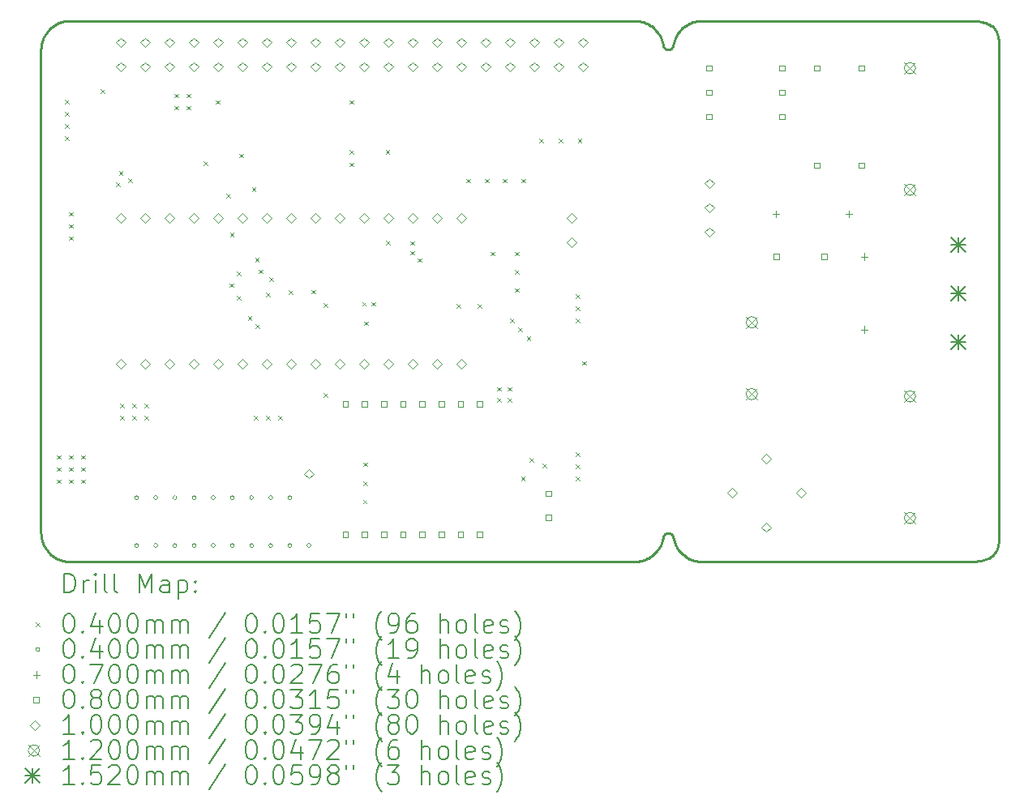
<source format=gbr>
%TF.GenerationSoftware,KiCad,Pcbnew,6.0.7-1.fc36*%
%TF.CreationDate,2022-08-13T19:35:49+02:00*%
%TF.ProjectId,drahtlos_klingel,64726168-746c-46f7-935f-6b6c696e6765,rev?*%
%TF.SameCoordinates,Original*%
%TF.FileFunction,Drillmap*%
%TF.FilePolarity,Positive*%
%FSLAX45Y45*%
G04 Gerber Fmt 4.5, Leading zero omitted, Abs format (unit mm)*
G04 Created by KiCad (PCBNEW 6.0.7-1.fc36) date 2022-08-13 19:35:49*
%MOMM*%
%LPD*%
G01*
G04 APERTURE LIST*
%ADD10C,0.264583*%
%ADD11C,0.200000*%
%ADD12C,0.040000*%
%ADD13C,0.070000*%
%ADD14C,0.080000*%
%ADD15C,0.100000*%
%ADD16C,0.120000*%
%ADD17C,0.152000*%
G04 APERTURE END LIST*
D10*
X9352581Y-7649471D02*
X9355123Y-7649650D01*
X9288059Y-2515099D02*
X9284018Y-2502290D01*
X9398884Y-7680267D02*
X9399880Y-7682483D01*
X9165669Y-7899807D02*
X9176440Y-7892337D01*
X3084517Y-7949008D02*
X3100000Y-7949397D01*
X9345101Y-7649631D02*
X9347540Y-7649466D01*
X9131387Y-7919361D02*
X9143129Y-7913333D01*
X9307263Y-2578383D02*
X9305885Y-2576521D01*
X9395335Y-2574841D02*
X9393975Y-2576825D01*
X9403720Y-2551838D02*
X9403713Y-2551901D01*
X2920284Y-7889949D02*
X2932041Y-7898298D01*
X9143128Y-2335462D02*
X9131387Y-2329433D01*
X2908958Y-7881058D02*
X2920284Y-7889949D01*
X9374021Y-7655017D02*
X9376164Y-7656141D01*
X9241222Y-7828141D02*
X9248793Y-7817436D01*
X12776498Y-2408907D02*
X12770506Y-2398796D01*
X9524968Y-2355859D02*
X9514594Y-2363690D01*
X3024854Y-7939984D02*
X3039392Y-7943323D01*
X9255901Y-2442407D02*
X9248793Y-2431359D01*
X9401576Y-2561727D02*
X9400778Y-2564044D01*
X9504575Y-2371953D02*
X9494926Y-2380634D01*
X9331189Y-2596017D02*
X9329014Y-2595154D01*
X9378248Y-2591439D02*
X9376163Y-2592654D01*
X12740553Y-7884776D02*
X12748901Y-7876906D01*
X9403710Y-7696833D02*
X9403714Y-7696899D01*
X9396609Y-7676000D02*
X9397793Y-7678105D01*
X9558094Y-7913698D02*
X9569757Y-7919661D01*
X9014073Y-2299718D02*
X9000000Y-2299397D01*
X9402858Y-2556959D02*
X9402270Y-2559365D01*
X2800000Y-2599397D02*
X2800000Y-2599397D01*
X12798459Y-7766289D02*
X12799614Y-7751743D01*
X9241222Y-2420654D02*
X9233202Y-2410304D01*
X9700000Y-2299397D02*
X9700000Y-2299397D01*
X9606421Y-2314310D02*
X9593934Y-2318727D01*
X9248793Y-2431359D02*
X9241222Y-2420654D01*
X2887675Y-7861722D02*
X2898083Y-7871643D01*
X2823503Y-2482407D02*
X2818146Y-2496041D01*
X9055213Y-2304425D02*
X9041694Y-2302246D01*
X12643226Y-2315298D02*
X12630287Y-2312097D01*
X12712325Y-2343517D02*
X12701918Y-2337674D01*
X12800003Y-5124398D02*
X12800003Y-5124398D01*
X2996644Y-7931251D02*
X3010598Y-7935954D01*
X9262534Y-7795013D02*
X9268675Y-7783322D01*
X9700000Y-2299397D02*
X9686066Y-2299716D01*
X9476792Y-7849602D02*
X9485661Y-7859077D01*
X9403708Y-7696767D02*
X9403708Y-7696767D01*
X2829495Y-7779684D02*
X2836105Y-7792623D01*
X9494926Y-7868162D02*
X9504575Y-7876843D01*
X9335672Y-2597462D02*
X9333409Y-2596787D01*
X9304585Y-7674197D02*
X9305885Y-7672274D01*
X9206590Y-2381530D02*
X9196915Y-2372743D01*
X9119350Y-7924881D02*
X9131387Y-7919361D01*
X9581708Y-7925123D02*
X9593934Y-7930069D01*
X9297262Y-7691488D02*
X9297855Y-7689163D01*
X9027976Y-2300673D02*
X9014073Y-2299718D01*
X9206590Y-7867265D02*
X9215872Y-7858067D01*
X9288059Y-7733696D02*
X9291540Y-7720642D01*
X9324807Y-2593157D02*
X9322781Y-2592029D01*
X9186860Y-2364380D02*
X9176440Y-2356458D01*
X9268675Y-2465472D02*
X9262533Y-2453782D01*
X9274312Y-7771332D02*
X9279431Y-7759055D01*
X9384130Y-2587271D02*
X9382235Y-2588745D01*
X9324808Y-7655637D02*
X9326886Y-7654595D01*
X9385958Y-2585717D02*
X9384130Y-2587271D01*
X9313508Y-2585178D02*
X9311842Y-2583582D01*
X9311842Y-2583582D02*
X9310244Y-2581916D01*
X12655790Y-2318906D02*
X12643226Y-2315298D01*
X9382235Y-7660049D02*
X9384131Y-7661523D01*
X9317036Y-7660644D02*
X9318893Y-7659271D01*
X9396609Y-2572795D02*
X9395335Y-2574841D01*
X2800000Y-7649397D02*
X2800389Y-7664881D01*
X9196915Y-2372743D02*
X9186860Y-2364380D01*
X9403740Y-7697093D02*
X9403752Y-7697155D01*
X9331190Y-7652778D02*
X9333410Y-7652008D01*
X9308718Y-7668613D02*
X9310245Y-7666879D01*
X9248793Y-7817436D02*
X9255902Y-7806388D01*
X12756689Y-7868495D02*
X12763896Y-7859531D01*
X3100000Y-7949397D02*
X3100000Y-7949397D01*
X12500000Y-7949398D02*
X12500000Y-7949398D01*
X9081602Y-7938252D02*
X9094443Y-7934340D01*
X2813443Y-2509995D02*
X2809413Y-2524251D01*
X9546732Y-7907247D02*
X9558094Y-7913698D01*
X12786558Y-7817872D02*
X12790589Y-7805940D01*
X9337975Y-7650755D02*
X9340316Y-7650277D01*
X9403707Y-2552028D02*
X9403338Y-2554512D01*
X9186860Y-7884414D02*
X9196915Y-7876052D01*
X9398884Y-2568528D02*
X9397793Y-2570690D01*
X9347540Y-2599328D02*
X9345100Y-2599164D01*
X9367273Y-2596571D02*
X9364926Y-2597301D01*
X12790589Y-7805940D02*
X12793928Y-7793374D01*
X12691042Y-7916490D02*
X12701918Y-7911121D01*
X12770506Y-7850000D02*
X12776498Y-7839889D01*
X9426959Y-7773526D02*
X9432670Y-7785341D01*
X9360102Y-2598444D02*
X9357630Y-2598851D01*
X9409302Y-7723620D02*
X9412911Y-7736465D01*
X9296766Y-2554941D02*
X9296766Y-2554941D01*
X2920284Y-2358845D02*
X2908958Y-2367737D01*
X9301173Y-2568489D02*
X9300206Y-2566346D01*
X2983009Y-2322900D02*
X2969713Y-2328893D01*
X9305885Y-2576521D02*
X9304584Y-2574598D01*
X9081602Y-2310543D02*
X9068521Y-2307195D01*
X9296766Y-2554941D02*
X9294447Y-2541438D01*
X9329015Y-7653641D02*
X9331190Y-7652778D01*
X12616991Y-7939506D02*
X12643226Y-7933498D01*
X9417065Y-2499722D02*
X9412910Y-2512331D01*
X9403707Y-2552028D02*
X9403707Y-2552028D01*
X9342691Y-2598893D02*
X9340315Y-2598517D01*
X9376163Y-2592654D02*
X9374021Y-2593777D01*
X9397793Y-2570690D02*
X9396609Y-2572795D01*
X9403708Y-7696767D02*
X9403708Y-7696800D01*
X9460298Y-7829538D02*
X9468333Y-7839751D01*
X2932041Y-2350497D02*
X2920284Y-2358845D01*
X9297261Y-2557307D02*
X9296766Y-2554941D01*
X9546732Y-2341549D02*
X9535685Y-2348474D01*
X2956774Y-7913293D02*
X2969713Y-7919902D01*
X9279431Y-2489740D02*
X9274312Y-2477463D01*
X9445554Y-2440716D02*
X9438873Y-2451932D01*
X9215872Y-7858067D02*
X9224748Y-7848470D01*
X9224748Y-2400324D02*
X9215872Y-2390728D01*
X9296767Y-7693854D02*
X9297262Y-7691488D01*
X3039392Y-7943323D02*
X3054194Y-7945953D01*
X9403708Y-7696800D02*
X9403710Y-7696833D01*
X12530758Y-2299962D02*
X12500000Y-2299397D01*
X9176440Y-7892337D02*
X9186860Y-7884414D01*
X3010598Y-2312841D02*
X2996644Y-2317544D01*
X2800000Y-2599397D02*
X2800000Y-5124398D01*
X9362535Y-7650868D02*
X9364926Y-7651494D01*
X9412911Y-7736465D02*
X9417066Y-7749074D01*
X12800003Y-2512287D02*
X12799614Y-2497053D01*
X9403714Y-7696899D02*
X9403721Y-7696964D01*
X9094443Y-2314455D02*
X9081602Y-2310543D01*
X9294447Y-7707356D02*
X9296767Y-7693854D01*
X9041694Y-7946549D02*
X9055213Y-7944370D01*
X9352580Y-2599324D02*
X9350008Y-2599384D01*
X9233202Y-2410304D02*
X9224748Y-2400324D01*
X12589402Y-2304802D02*
X12560608Y-2301728D01*
X2836105Y-7792623D02*
X2843312Y-7805187D01*
X9417066Y-7749074D02*
X9421753Y-7761432D01*
X9452701Y-7818976D02*
X9460298Y-7829538D01*
X2996644Y-2317544D02*
X2983009Y-2322900D01*
X12701918Y-2337674D02*
X12691042Y-2332305D01*
X2800000Y-7649397D02*
X2800000Y-7649397D01*
X9403740Y-2551711D02*
X9403729Y-2551774D01*
X9402270Y-2559365D02*
X9401576Y-2561727D01*
X12589402Y-7943994D02*
X12616991Y-7939506D01*
X9485660Y-2389719D02*
X9476791Y-2399194D01*
X9380273Y-7658659D02*
X9382235Y-7660049D01*
X2898083Y-7871643D02*
X2908958Y-7881058D01*
X12793928Y-2455421D02*
X12790589Y-2442856D01*
X12560608Y-7947068D02*
X12589402Y-7943994D01*
X12781855Y-7829184D02*
X12786558Y-7817872D01*
X9310244Y-2581916D02*
X9308717Y-2580182D01*
X2944211Y-7906085D02*
X2956774Y-7913293D01*
X2801543Y-7680155D02*
X2803444Y-7695203D01*
X9000000Y-2299397D02*
X3100000Y-2299397D01*
X9320809Y-7657978D02*
X9322781Y-7656766D01*
X9268675Y-7783322D02*
X9274312Y-7771332D01*
X9360103Y-7650351D02*
X9362535Y-7650868D01*
X9645313Y-2304379D02*
X9632124Y-2307122D01*
X12799614Y-7751743D02*
X12800003Y-7736509D01*
X9299330Y-2564154D02*
X9298545Y-2561916D01*
X3054194Y-2302842D02*
X3039392Y-2305471D01*
X12530758Y-7948833D02*
X12560608Y-7947068D01*
X2851100Y-2431438D02*
X2843312Y-2443608D01*
X9296767Y-7693854D02*
X9296767Y-7693854D01*
X9494926Y-2380634D02*
X9485660Y-2389719D01*
X12770506Y-2398796D02*
X12763896Y-2389265D01*
X9406253Y-2538244D02*
X9403777Y-2551521D01*
X9412910Y-2512331D02*
X9409302Y-2525176D01*
X12781855Y-2419612D02*
X12776498Y-2408907D01*
X9672297Y-2300661D02*
X9658709Y-2302220D01*
X2859448Y-2419681D02*
X2851100Y-2431438D01*
X9393975Y-7671970D02*
X9395336Y-7673954D01*
X9387714Y-2584084D02*
X9385958Y-2585717D01*
X9304584Y-2574598D02*
X9303364Y-2572617D01*
X9311842Y-7665213D02*
X9313508Y-7663617D01*
X9645313Y-7944417D02*
X9658709Y-7946576D01*
X9262533Y-2453782D02*
X9255901Y-2442407D01*
X12630287Y-2312097D02*
X12616991Y-2309289D01*
X9315240Y-2586702D02*
X9313508Y-2585178D01*
X9438873Y-7796864D02*
X9445555Y-7808080D01*
X9485661Y-7859077D02*
X9494926Y-7868162D01*
X9274312Y-2477463D02*
X9268675Y-2465472D01*
X9421753Y-7761432D02*
X9426959Y-7773526D01*
X9320808Y-2590817D02*
X9318892Y-2589524D01*
X9000000Y-7949397D02*
X9000000Y-7949397D01*
X9301173Y-7680306D02*
X9302226Y-7678215D01*
X9300207Y-7682449D02*
X9301173Y-7680306D01*
X9367273Y-7652224D02*
X9369573Y-7653056D01*
X3100000Y-2299397D02*
X3100000Y-2299397D01*
X2868339Y-7840439D02*
X2877754Y-7851315D01*
X12731661Y-2356676D02*
X12722246Y-2349847D01*
X9364926Y-7651494D02*
X9367273Y-7652224D01*
X9300206Y-2566346D02*
X9299330Y-2564154D01*
X9369573Y-2595738D02*
X9367273Y-2596571D01*
X9299330Y-7684641D02*
X9300207Y-7682449D01*
X9402271Y-7689430D02*
X9402859Y-7691836D01*
X9014073Y-7949076D02*
X9027976Y-7948122D01*
X9399880Y-7682483D02*
X9400778Y-7684751D01*
X12740553Y-2364020D02*
X12731661Y-2356676D01*
X9385958Y-7663078D02*
X9387714Y-7664710D01*
X12722246Y-7898949D02*
X12731661Y-7892119D01*
X9569757Y-7919661D02*
X9581708Y-7925123D01*
X9347540Y-7649466D02*
X9350008Y-7649411D01*
X9284018Y-7746505D02*
X9288059Y-7733696D01*
X9374021Y-2593777D02*
X9371823Y-2594806D01*
X9403339Y-7694282D02*
X9403708Y-7696767D01*
X9658709Y-7946576D02*
X9672297Y-7948134D01*
X12800003Y-5124398D02*
X12800003Y-2512287D01*
X2806074Y-7710006D02*
X2809413Y-7724544D01*
X9233202Y-7838491D02*
X9241222Y-7828141D01*
X12731661Y-7892119D02*
X12740553Y-7884776D01*
X9514594Y-2363690D02*
X9504575Y-2371953D01*
X9476791Y-2399194D02*
X9468332Y-2409045D01*
X9460297Y-2419258D02*
X9452700Y-2429820D01*
X12748901Y-7876906D02*
X12756689Y-7868495D01*
X9107030Y-2318916D02*
X9094443Y-2314455D01*
X9000000Y-2299397D02*
X9000000Y-2299397D01*
X2800389Y-2583914D02*
X2800000Y-2599397D01*
X9632124Y-2307122D02*
X9619156Y-2310438D01*
X9403777Y-2551521D02*
X9403752Y-2551648D01*
X2843312Y-7805187D02*
X2851100Y-7817356D01*
X9322781Y-2592029D02*
X9320808Y-2590817D01*
X12796558Y-2468634D02*
X12793928Y-2455421D01*
X9452700Y-2429820D02*
X9445554Y-2440716D01*
X2868339Y-2408356D02*
X2859448Y-2419681D01*
X2809413Y-2524251D02*
X2806074Y-2538789D01*
X9305885Y-7672274D02*
X9307264Y-7670412D01*
X9403338Y-2554512D02*
X9402858Y-2556959D01*
X9357630Y-2598851D02*
X9355122Y-2599145D01*
X2818146Y-7752754D02*
X2823503Y-7766388D01*
X9068521Y-7941600D02*
X9081602Y-7938252D01*
X3054194Y-7945953D02*
X3069242Y-7947854D01*
X9255902Y-7806388D02*
X9262534Y-7795013D01*
X12763896Y-7859531D02*
X12770506Y-7850000D01*
X9403713Y-2551901D02*
X9403709Y-2551964D01*
X12560608Y-2301728D02*
X12530758Y-2299962D01*
X9055213Y-7944370D02*
X9068521Y-7941600D01*
X12679716Y-2327396D02*
X12667959Y-2322935D01*
X9294447Y-2541438D02*
X9291540Y-2528153D01*
X9318893Y-7659271D02*
X9320809Y-7657978D01*
X9350008Y-7649411D02*
X9350008Y-7649411D01*
X3100000Y-7949397D02*
X9000000Y-7949397D01*
X9094443Y-7934340D02*
X9107030Y-7929879D01*
X2932041Y-7898298D02*
X2944211Y-7906085D01*
X9401576Y-7687067D02*
X9402271Y-7689430D01*
X9107030Y-7929879D02*
X9119350Y-7924881D01*
X9403708Y-2551996D02*
X9403707Y-2552028D01*
X9308717Y-2580182D02*
X9307263Y-2578383D01*
X9350008Y-2599384D02*
X9350008Y-2599384D01*
X9406254Y-7710552D02*
X9409302Y-7723620D01*
X3100000Y-2299397D02*
X3084517Y-2299786D01*
X2829495Y-2469111D02*
X2823503Y-2482407D01*
X9378249Y-7657356D02*
X9380273Y-7658659D01*
X9426958Y-2475270D02*
X9421752Y-2487364D01*
X2887675Y-2387072D02*
X2877754Y-2397480D01*
X2843312Y-2443608D02*
X2836105Y-2456172D01*
X2969713Y-7919902D02*
X2983009Y-7925894D01*
X9403709Y-2551964D02*
X9403708Y-2551996D01*
X2803444Y-7695203D02*
X2806074Y-7710006D01*
X9000000Y-7949397D02*
X9014073Y-7949076D01*
X9393975Y-2576825D02*
X9392530Y-2578743D01*
X12748901Y-2371890D02*
X12740553Y-2364020D01*
X9432670Y-7785341D02*
X9438873Y-7796864D01*
X2806074Y-2538789D02*
X2803444Y-2553591D01*
X9027976Y-7948122D02*
X9041694Y-7946549D01*
X9686066Y-2299716D02*
X9672297Y-2300661D01*
X9581708Y-2323673D02*
X9569756Y-2329135D01*
X9445555Y-7808080D02*
X9452701Y-7818976D01*
X9317035Y-2588151D02*
X9315240Y-2586702D01*
X9196915Y-7876052D02*
X9206590Y-7867265D01*
X9297855Y-2559632D02*
X9297261Y-2557307D01*
X9382235Y-2588745D02*
X9380273Y-2590135D01*
X9279431Y-7759055D02*
X9284018Y-7746505D01*
X12667959Y-7925861D02*
X12691042Y-7916490D01*
X9165669Y-2348987D02*
X9154561Y-2341984D01*
X9468333Y-7839751D02*
X9476792Y-7849602D01*
X12500000Y-7949398D02*
X12530758Y-7948833D01*
X12500000Y-2299397D02*
X9700000Y-2299397D01*
X9384131Y-7661523D02*
X9385958Y-7663078D01*
X9154561Y-7906811D02*
X9165669Y-7899807D01*
X12763896Y-2389265D02*
X12756689Y-2380301D01*
X9569756Y-2329135D02*
X9558093Y-2335098D01*
X9176440Y-2356458D02*
X9165669Y-2348987D01*
X9400778Y-7684751D02*
X9401576Y-7687067D01*
X9371823Y-7653988D02*
X9374021Y-7655017D01*
X9399880Y-2566311D02*
X9398884Y-2568528D01*
X12798459Y-2482507D02*
X12796558Y-2468634D01*
X9335673Y-7651332D02*
X9337975Y-7650755D01*
X9432669Y-2463455D02*
X9426958Y-2475270D01*
X2836105Y-2456172D02*
X2829495Y-2469111D01*
X9619156Y-7938358D02*
X9632124Y-7941673D01*
X9593934Y-7930069D02*
X9606421Y-7934485D01*
X12667959Y-2322935D02*
X12655790Y-2318906D01*
X12800003Y-7736509D02*
X12800003Y-7736509D01*
X12691042Y-2332305D02*
X12679716Y-2327396D01*
X3010598Y-7935954D02*
X3024854Y-7939984D01*
X12799614Y-2497053D02*
X12798459Y-2482507D01*
X12796558Y-7780162D02*
X12798459Y-7766289D01*
X2877754Y-7851315D02*
X2887675Y-7861722D01*
X12500000Y-2299397D02*
X12500000Y-2299397D01*
X9376164Y-7656141D02*
X9378249Y-7657356D01*
X12616991Y-2309289D02*
X12589402Y-2304802D01*
X9369573Y-7653056D02*
X9371823Y-7653988D01*
X2983009Y-7925894D02*
X2996644Y-7931251D01*
X9392530Y-7670051D02*
X9393975Y-7671970D01*
X9403752Y-7697155D02*
X9403765Y-7697216D01*
X9350008Y-7649411D02*
X9352581Y-7649471D01*
X9298545Y-2561916D02*
X9297855Y-2559632D01*
X9355123Y-7649650D02*
X9357631Y-7649944D01*
X9392530Y-2578743D02*
X9391003Y-2580595D01*
X9154561Y-2341984D02*
X9143128Y-2335462D01*
X9143129Y-7913333D02*
X9154561Y-7906811D01*
X9307264Y-7670412D02*
X9308718Y-7668613D01*
X2969713Y-2328893D02*
X2956774Y-2335502D01*
X9068521Y-2307195D02*
X9055213Y-2304425D01*
X9313508Y-7663617D02*
X9315240Y-7662093D01*
X2809413Y-7724544D02*
X2813443Y-7738799D01*
X9357631Y-7649944D02*
X9360103Y-7650351D01*
X9333410Y-7652008D02*
X9335673Y-7651332D01*
X9524969Y-7892937D02*
X9535686Y-7900321D01*
X3069242Y-7947854D02*
X3084517Y-7949008D01*
X2956774Y-2335502D02*
X2944211Y-2342710D01*
X9400778Y-2564044D02*
X9399880Y-2566311D01*
X2877754Y-2397480D02*
X2868339Y-2408356D01*
X9224748Y-7848470D02*
X9233202Y-7838491D01*
X9658709Y-2302220D02*
X9645313Y-2304379D01*
X2823503Y-7766388D02*
X2829495Y-7779684D01*
X9504575Y-7876843D02*
X9514594Y-7885106D01*
X9672297Y-7948134D02*
X9686066Y-7949080D01*
X9302226Y-2570580D02*
X9301173Y-2568489D01*
X9364926Y-2597301D02*
X9362535Y-2597926D01*
X2800389Y-7664881D02*
X2801543Y-7680155D01*
X9438873Y-2451932D02*
X9432669Y-2463455D01*
X2803444Y-2553591D02*
X2801543Y-2568639D01*
X9310245Y-7666879D02*
X9311842Y-7665213D01*
X9468332Y-2409045D02*
X9460297Y-2419258D01*
X2813443Y-7738799D02*
X2818146Y-7752754D01*
X9606421Y-7934485D02*
X9619156Y-7938358D01*
X3024854Y-2308810D02*
X3010598Y-2312841D01*
X9403721Y-7696964D02*
X9403730Y-7697029D01*
X9395336Y-7673954D02*
X9396609Y-7676000D01*
X9302226Y-7678215D02*
X9303364Y-7676178D01*
X12756689Y-2380301D02*
X12748901Y-2371890D01*
X9303364Y-2572617D02*
X9302226Y-2570580D01*
X3084517Y-2299786D02*
X3069242Y-2300941D01*
X9342692Y-7649902D02*
X9345101Y-7649631D01*
X9387714Y-7664710D02*
X9389397Y-7666419D01*
X9350008Y-2599384D02*
X9347540Y-2599328D01*
X9041694Y-2302246D02*
X9027976Y-2300673D01*
X9326886Y-2594200D02*
X9324807Y-2593157D01*
X9403752Y-2551648D02*
X9403740Y-2551711D01*
X12722246Y-2349847D02*
X12712325Y-2343517D01*
X12712325Y-7905279D02*
X12722246Y-7898949D01*
X9403765Y-7697216D02*
X9403778Y-7697275D01*
X2800000Y-5124398D02*
X2800000Y-5124398D01*
X9686066Y-7949080D02*
X9700000Y-7949398D01*
X9329014Y-2595154D02*
X9326886Y-2594200D01*
X9337975Y-2598040D02*
X9335672Y-2597462D01*
X9700000Y-7949398D02*
X9700000Y-7949398D01*
X9340316Y-7650277D02*
X9342692Y-7649902D01*
X9403778Y-7697275D02*
X9406254Y-7710552D01*
X9535686Y-7900321D02*
X9546732Y-7907247D01*
X9131387Y-2329433D02*
X9119349Y-2323914D01*
X9284018Y-2502290D02*
X9279431Y-2489740D01*
X12643226Y-7933498D02*
X12667959Y-7925861D01*
X9409302Y-2525176D02*
X9406253Y-2538244D01*
X2801543Y-2568639D02*
X2800389Y-2583914D01*
X12800003Y-7736509D02*
X12800003Y-5124398D01*
X9700000Y-7949398D02*
X12500000Y-7949398D01*
X9322781Y-7656766D02*
X9324808Y-7655637D01*
X9403777Y-2551521D02*
X9403777Y-2551521D01*
X9402859Y-7691836D02*
X9403339Y-7694282D01*
X9291540Y-7720642D02*
X9294447Y-7707356D01*
X9119349Y-2323914D02*
X9107030Y-2318916D01*
X9326886Y-7654595D02*
X9329015Y-7653641D01*
X9403729Y-2551774D02*
X9403720Y-2551838D01*
X9297855Y-7689163D02*
X9298546Y-7686879D01*
X9535685Y-2348474D02*
X9524968Y-2355859D01*
X2800000Y-5124398D02*
X2800000Y-7649397D01*
X9389397Y-2582376D02*
X9387714Y-2584084D01*
X9340315Y-2598517D02*
X9337975Y-2598040D01*
X9371823Y-2594806D02*
X9369573Y-2595738D01*
X9380273Y-2590135D02*
X9378248Y-2591439D01*
X9421752Y-2487364D02*
X9417065Y-2499722D01*
X9403730Y-7697029D02*
X9403740Y-7697093D01*
X9362535Y-2597926D02*
X9360102Y-2598444D01*
X2859448Y-7829113D02*
X2868339Y-7840439D01*
X9333409Y-2596787D02*
X9331189Y-2596017D01*
X12793928Y-7793374D02*
X12796558Y-7780162D01*
X9593934Y-2318727D02*
X9581708Y-2323673D01*
X9345100Y-2599164D02*
X9342691Y-2598893D01*
X9303364Y-7676178D02*
X9304585Y-7674197D01*
X2851100Y-7817356D02*
X2859448Y-7829113D01*
X9632124Y-7941673D02*
X9645313Y-7944417D01*
X2898083Y-2377152D02*
X2887675Y-2387072D01*
X12790589Y-2442856D02*
X12786558Y-2430924D01*
X9391003Y-7668200D02*
X9392530Y-7670051D01*
X9403778Y-7697275D02*
X9403778Y-7697275D01*
X12786558Y-2430924D02*
X12781855Y-2419612D01*
X9391003Y-2580595D02*
X9389397Y-2582376D01*
X9514594Y-7885106D02*
X9524969Y-7892937D01*
X2908958Y-2367737D02*
X2898083Y-2377152D01*
X12776498Y-7839889D02*
X12781855Y-7829184D01*
X9619156Y-2310438D02*
X9606421Y-2314310D01*
X9558093Y-2335098D02*
X9546732Y-2341549D01*
X3069242Y-2300941D02*
X3054194Y-2302842D01*
X9291540Y-2528153D02*
X9288059Y-2515099D01*
X9355122Y-2599145D02*
X9352580Y-2599324D01*
X9318892Y-2589524D02*
X9317035Y-2588151D01*
X9215872Y-2390728D02*
X9206590Y-2381530D01*
X2944211Y-2342710D02*
X2932041Y-2350497D01*
X9389397Y-7666419D02*
X9391003Y-7668200D01*
X9298546Y-7686879D02*
X9299330Y-7684641D01*
X12701918Y-7911121D02*
X12712325Y-7905279D01*
X9397793Y-7678105D02*
X9398884Y-7680267D01*
X9315240Y-7662093D02*
X9317036Y-7660644D01*
X2818146Y-2496041D02*
X2813443Y-2509995D01*
X3039392Y-2305471D02*
X3024854Y-2308810D01*
D11*
D12*
X2964500Y-6838000D02*
X3004500Y-6878000D01*
X3004500Y-6838000D02*
X2964500Y-6878000D01*
X2964500Y-6965000D02*
X3004500Y-7005000D01*
X3004500Y-6965000D02*
X2964500Y-7005000D01*
X2964500Y-7092000D02*
X3004500Y-7132000D01*
X3004500Y-7092000D02*
X2964500Y-7132000D01*
X3053400Y-3124520D02*
X3093400Y-3164520D01*
X3093400Y-3124520D02*
X3053400Y-3164520D01*
X3053400Y-3251520D02*
X3093400Y-3291520D01*
X3093400Y-3251520D02*
X3053400Y-3291520D01*
X3053400Y-3378520D02*
X3093400Y-3418520D01*
X3093400Y-3378520D02*
X3053400Y-3418520D01*
X3053400Y-3505520D02*
X3093400Y-3545520D01*
X3093400Y-3505520D02*
X3053400Y-3545520D01*
X3091500Y-4298000D02*
X3131500Y-4338000D01*
X3131500Y-4298000D02*
X3091500Y-4338000D01*
X3091500Y-4425000D02*
X3131500Y-4465000D01*
X3131500Y-4425000D02*
X3091500Y-4465000D01*
X3091500Y-4552000D02*
X3131500Y-4592000D01*
X3131500Y-4552000D02*
X3091500Y-4592000D01*
X3091500Y-6838000D02*
X3131500Y-6878000D01*
X3131500Y-6838000D02*
X3091500Y-6878000D01*
X3091500Y-6965000D02*
X3131500Y-7005000D01*
X3131500Y-6965000D02*
X3091500Y-7005000D01*
X3091500Y-7092000D02*
X3131500Y-7132000D01*
X3131500Y-7092000D02*
X3091500Y-7132000D01*
X3218500Y-6838000D02*
X3258500Y-6878000D01*
X3258500Y-6838000D02*
X3218500Y-6878000D01*
X3218500Y-6965000D02*
X3258500Y-7005000D01*
X3258500Y-6965000D02*
X3218500Y-7005000D01*
X3218500Y-7092000D02*
X3258500Y-7132000D01*
X3258500Y-7092000D02*
X3218500Y-7132000D01*
X3423940Y-3013060D02*
X3463940Y-3053060D01*
X3463940Y-3013060D02*
X3423940Y-3053060D01*
X3583400Y-3987520D02*
X3623400Y-4027520D01*
X3623400Y-3987520D02*
X3583400Y-4027520D01*
X3613400Y-3867520D02*
X3653400Y-3907520D01*
X3653400Y-3867520D02*
X3613400Y-3907520D01*
X3624900Y-6299520D02*
X3664900Y-6339520D01*
X3664900Y-6299520D02*
X3624900Y-6339520D01*
X3624900Y-6426520D02*
X3664900Y-6466520D01*
X3664900Y-6426520D02*
X3624900Y-6466520D01*
X3713400Y-3947520D02*
X3753400Y-3987520D01*
X3753400Y-3947520D02*
X3713400Y-3987520D01*
X3751900Y-6299520D02*
X3791900Y-6339520D01*
X3791900Y-6299520D02*
X3751900Y-6339520D01*
X3751900Y-6426520D02*
X3791900Y-6466520D01*
X3791900Y-6426520D02*
X3751900Y-6466520D01*
X3878900Y-6299520D02*
X3918900Y-6339520D01*
X3918900Y-6299520D02*
X3878900Y-6339520D01*
X3878900Y-6426520D02*
X3918900Y-6466520D01*
X3918900Y-6426520D02*
X3878900Y-6466520D01*
X4196400Y-3061020D02*
X4236400Y-3101020D01*
X4236400Y-3061020D02*
X4196400Y-3101020D01*
X4196400Y-3188020D02*
X4236400Y-3228020D01*
X4236400Y-3188020D02*
X4196400Y-3228020D01*
X4323400Y-3061020D02*
X4363400Y-3101020D01*
X4363400Y-3061020D02*
X4323400Y-3101020D01*
X4323400Y-3188020D02*
X4363400Y-3228020D01*
X4363400Y-3188020D02*
X4323400Y-3228020D01*
X4501200Y-3767400D02*
X4541200Y-3807400D01*
X4541200Y-3767400D02*
X4501200Y-3807400D01*
X4628200Y-3129600D02*
X4668200Y-3169600D01*
X4668200Y-3129600D02*
X4628200Y-3169600D01*
X4733400Y-4106520D02*
X4773400Y-4146520D01*
X4773400Y-4106520D02*
X4733400Y-4146520D01*
X4768400Y-5042520D02*
X4808400Y-5082520D01*
X4808400Y-5042520D02*
X4768400Y-5082520D01*
X4774677Y-4515324D02*
X4814677Y-4555324D01*
X4814677Y-4515324D02*
X4774677Y-4555324D01*
X4844100Y-4920300D02*
X4884100Y-4960300D01*
X4884100Y-4920300D02*
X4844100Y-4960300D01*
X4844100Y-5174300D02*
X4884100Y-5214300D01*
X4884100Y-5174300D02*
X4844100Y-5214300D01*
X4869500Y-3688400D02*
X4909500Y-3728400D01*
X4909500Y-3688400D02*
X4869500Y-3728400D01*
X4959652Y-5387650D02*
X4999652Y-5427650D01*
X4999652Y-5387650D02*
X4959652Y-5427650D01*
X5003400Y-4036520D02*
X5043400Y-4076520D01*
X5043400Y-4036520D02*
X5003400Y-4076520D01*
X5021900Y-6426520D02*
X5061900Y-6466520D01*
X5061900Y-6426520D02*
X5021900Y-6466520D01*
X5037277Y-4777924D02*
X5077277Y-4817924D01*
X5077277Y-4777924D02*
X5037277Y-4817924D01*
X5037700Y-5466650D02*
X5077700Y-5506650D01*
X5077700Y-5466650D02*
X5037700Y-5506650D01*
X5077544Y-4897740D02*
X5117544Y-4937740D01*
X5117544Y-4897740D02*
X5077544Y-4937740D01*
X5148900Y-5139050D02*
X5188900Y-5179050D01*
X5188900Y-5139050D02*
X5148900Y-5179050D01*
X5148900Y-6426520D02*
X5188900Y-6466520D01*
X5188900Y-6426520D02*
X5148900Y-6466520D01*
X5187000Y-4981000D02*
X5227000Y-5021000D01*
X5227000Y-4981000D02*
X5187000Y-5021000D01*
X5275900Y-6426520D02*
X5315900Y-6466520D01*
X5315900Y-6426520D02*
X5275900Y-6466520D01*
X5390587Y-5111187D02*
X5430587Y-5151187D01*
X5430587Y-5111187D02*
X5390587Y-5151187D01*
X5625791Y-5110800D02*
X5665791Y-5150800D01*
X5665791Y-5110800D02*
X5625791Y-5150800D01*
X5753400Y-5250000D02*
X5793400Y-5290000D01*
X5793400Y-5250000D02*
X5753400Y-5290000D01*
X5753400Y-6187520D02*
X5793400Y-6227520D01*
X5793400Y-6187520D02*
X5753400Y-6227520D01*
X6020120Y-3647760D02*
X6060120Y-3687760D01*
X6060120Y-3647760D02*
X6020120Y-3687760D01*
X6020120Y-3779840D02*
X6060120Y-3819840D01*
X6060120Y-3779840D02*
X6020120Y-3819840D01*
X6025200Y-3129600D02*
X6065200Y-3169600D01*
X6065200Y-3129600D02*
X6025200Y-3169600D01*
X6153400Y-5237520D02*
X6193400Y-5277520D01*
X6193400Y-5237520D02*
X6153400Y-5277520D01*
X6163400Y-7302520D02*
X6203400Y-7342520D01*
X6203400Y-7302520D02*
X6163400Y-7342520D01*
X6164900Y-6914200D02*
X6204900Y-6954200D01*
X6204900Y-6914200D02*
X6164900Y-6954200D01*
X6164900Y-7112520D02*
X6204900Y-7152520D01*
X6204900Y-7112520D02*
X6164900Y-7152520D01*
X6177600Y-5441000D02*
X6217600Y-5481000D01*
X6217600Y-5441000D02*
X6177600Y-5481000D01*
X6253400Y-5237520D02*
X6293400Y-5277520D01*
X6293400Y-5237520D02*
X6253400Y-5277520D01*
X6398580Y-3647760D02*
X6438580Y-3687760D01*
X6438580Y-3647760D02*
X6398580Y-3687760D01*
X6405000Y-4595000D02*
X6445000Y-4635000D01*
X6445000Y-4595000D02*
X6405000Y-4635000D01*
X6660200Y-4602800D02*
X6700200Y-4642800D01*
X6700200Y-4602800D02*
X6660200Y-4642800D01*
X6660200Y-4704400D02*
X6700200Y-4744400D01*
X6700200Y-4704400D02*
X6660200Y-4744400D01*
X6736400Y-4780600D02*
X6776400Y-4820600D01*
X6776400Y-4780600D02*
X6736400Y-4820600D01*
X7142800Y-5258120D02*
X7182800Y-5298120D01*
X7182800Y-5258120D02*
X7142800Y-5298120D01*
X7244400Y-3950020D02*
X7284400Y-3990020D01*
X7284400Y-3950020D02*
X7244400Y-3990020D01*
X7358700Y-5258120D02*
X7398700Y-5298120D01*
X7398700Y-5258120D02*
X7358700Y-5298120D01*
X7434900Y-3950020D02*
X7474900Y-3990020D01*
X7474900Y-3950020D02*
X7434900Y-3990020D01*
X7498400Y-4712020D02*
X7538400Y-4752020D01*
X7538400Y-4712020D02*
X7498400Y-4752020D01*
X7561900Y-6126800D02*
X7601900Y-6166800D01*
X7601900Y-6126800D02*
X7561900Y-6166800D01*
X7561900Y-6241100D02*
X7601900Y-6281100D01*
X7601900Y-6241100D02*
X7561900Y-6281100D01*
X7625400Y-3950020D02*
X7665400Y-3990020D01*
X7665400Y-3950020D02*
X7625400Y-3990020D01*
X7676200Y-6126800D02*
X7716200Y-6166800D01*
X7716200Y-6126800D02*
X7676200Y-6166800D01*
X7676200Y-6241100D02*
X7716200Y-6281100D01*
X7716200Y-6241100D02*
X7676200Y-6281100D01*
X7698400Y-5407520D02*
X7738400Y-5447520D01*
X7738400Y-5407520D02*
X7698400Y-5447520D01*
X7752400Y-4712020D02*
X7792400Y-4752020D01*
X7792400Y-4712020D02*
X7752400Y-4752020D01*
X7752400Y-4902520D02*
X7792400Y-4942520D01*
X7792400Y-4902520D02*
X7752400Y-4942520D01*
X7752400Y-5093020D02*
X7792400Y-5133020D01*
X7792400Y-5093020D02*
X7752400Y-5133020D01*
X7783400Y-5502520D02*
X7823400Y-5542520D01*
X7823400Y-5502520D02*
X7783400Y-5542520D01*
X7813360Y-7061520D02*
X7853360Y-7101520D01*
X7853360Y-7061520D02*
X7813360Y-7101520D01*
X7815900Y-3950020D02*
X7855900Y-3990020D01*
X7855900Y-3950020D02*
X7815900Y-3990020D01*
X7873400Y-5597520D02*
X7913400Y-5637520D01*
X7913400Y-5597520D02*
X7873400Y-5637520D01*
X7899513Y-6868633D02*
X7939513Y-6908633D01*
X7939513Y-6868633D02*
X7899513Y-6908633D01*
X8005000Y-3530000D02*
X8045000Y-3570000D01*
X8045000Y-3530000D02*
X8005000Y-3570000D01*
X8038400Y-6927520D02*
X8078400Y-6967520D01*
X8078400Y-6927520D02*
X8038400Y-6967520D01*
X8209600Y-3530920D02*
X8249600Y-3570920D01*
X8249600Y-3530920D02*
X8209600Y-3570920D01*
X8387400Y-5156520D02*
X8427400Y-5196520D01*
X8427400Y-5156520D02*
X8387400Y-5196520D01*
X8387400Y-5283520D02*
X8427400Y-5323520D01*
X8427400Y-5283520D02*
X8387400Y-5323520D01*
X8387400Y-5410520D02*
X8427400Y-5450520D01*
X8427400Y-5410520D02*
X8387400Y-5450520D01*
X8387400Y-6807520D02*
X8427400Y-6847520D01*
X8427400Y-6807520D02*
X8387400Y-6847520D01*
X8387400Y-6934520D02*
X8427400Y-6974520D01*
X8427400Y-6934520D02*
X8387400Y-6974520D01*
X8387400Y-7061520D02*
X8427400Y-7101520D01*
X8427400Y-7061520D02*
X8387400Y-7101520D01*
X8405000Y-3530000D02*
X8445000Y-3570000D01*
X8445000Y-3530000D02*
X8405000Y-3570000D01*
X8450900Y-5855020D02*
X8490900Y-5895020D01*
X8490900Y-5855020D02*
X8450900Y-5895020D01*
X3819000Y-7280900D02*
G75*
G03*
X3819000Y-7280900I-20000J0D01*
G01*
X3819000Y-7780900D02*
G75*
G03*
X3819000Y-7780900I-20000J0D01*
G01*
X4019000Y-7280900D02*
G75*
G03*
X4019000Y-7280900I-20000J0D01*
G01*
X4019000Y-7780900D02*
G75*
G03*
X4019000Y-7780900I-20000J0D01*
G01*
X4219000Y-7280900D02*
G75*
G03*
X4219000Y-7280900I-20000J0D01*
G01*
X4219000Y-7780900D02*
G75*
G03*
X4219000Y-7780900I-20000J0D01*
G01*
X4419000Y-7280900D02*
G75*
G03*
X4419000Y-7280900I-20000J0D01*
G01*
X4419000Y-7780900D02*
G75*
G03*
X4419000Y-7780900I-20000J0D01*
G01*
X4619000Y-7280900D02*
G75*
G03*
X4619000Y-7280900I-20000J0D01*
G01*
X4619000Y-7780900D02*
G75*
G03*
X4619000Y-7780900I-20000J0D01*
G01*
X4819000Y-7280900D02*
G75*
G03*
X4819000Y-7280900I-20000J0D01*
G01*
X4819000Y-7780900D02*
G75*
G03*
X4819000Y-7780900I-20000J0D01*
G01*
X5019000Y-7280900D02*
G75*
G03*
X5019000Y-7280900I-20000J0D01*
G01*
X5019000Y-7780900D02*
G75*
G03*
X5019000Y-7780900I-20000J0D01*
G01*
X5219000Y-7280900D02*
G75*
G03*
X5219000Y-7280900I-20000J0D01*
G01*
X5219000Y-7780900D02*
G75*
G03*
X5219000Y-7780900I-20000J0D01*
G01*
X5419000Y-7280900D02*
G75*
G03*
X5419000Y-7280900I-20000J0D01*
G01*
X5419000Y-7780900D02*
G75*
G03*
X5419000Y-7780900I-20000J0D01*
G01*
X5619000Y-7780900D02*
G75*
G03*
X5619000Y-7780900I-20000J0D01*
G01*
D13*
X10477500Y-4283000D02*
X10477500Y-4353000D01*
X10442500Y-4318000D02*
X10512500Y-4318000D01*
X11239500Y-4283000D02*
X11239500Y-4353000D01*
X11204500Y-4318000D02*
X11274500Y-4318000D01*
X11400000Y-4727500D02*
X11400000Y-4797500D01*
X11365000Y-4762500D02*
X11435000Y-4762500D01*
X11400000Y-5489500D02*
X11400000Y-5559500D01*
X11365000Y-5524500D02*
X11435000Y-5524500D01*
D14*
X6008484Y-6333284D02*
X6008484Y-6276715D01*
X5951915Y-6276715D01*
X5951915Y-6333284D01*
X6008484Y-6333284D01*
X6008484Y-7693284D02*
X6008484Y-7636715D01*
X5951915Y-7636715D01*
X5951915Y-7693284D01*
X6008484Y-7693284D01*
X6208484Y-6333284D02*
X6208484Y-6276715D01*
X6151915Y-6276715D01*
X6151915Y-6333284D01*
X6208484Y-6333284D01*
X6208484Y-7693284D02*
X6208484Y-7636715D01*
X6151915Y-7636715D01*
X6151915Y-7693284D01*
X6208484Y-7693284D01*
X6408484Y-6333284D02*
X6408484Y-6276715D01*
X6351915Y-6276715D01*
X6351915Y-6333284D01*
X6408484Y-6333284D01*
X6408484Y-7693284D02*
X6408484Y-7636715D01*
X6351915Y-7636715D01*
X6351915Y-7693284D01*
X6408484Y-7693284D01*
X6608484Y-6333284D02*
X6608484Y-6276715D01*
X6551915Y-6276715D01*
X6551915Y-6333284D01*
X6608484Y-6333284D01*
X6608484Y-7693284D02*
X6608484Y-7636715D01*
X6551915Y-7636715D01*
X6551915Y-7693284D01*
X6608484Y-7693284D01*
X6808484Y-6333284D02*
X6808484Y-6276715D01*
X6751915Y-6276715D01*
X6751915Y-6333284D01*
X6808484Y-6333284D01*
X6808484Y-7693284D02*
X6808484Y-7636715D01*
X6751915Y-7636715D01*
X6751915Y-7693284D01*
X6808484Y-7693284D01*
X7008484Y-6333284D02*
X7008484Y-6276715D01*
X6951915Y-6276715D01*
X6951915Y-6333284D01*
X7008484Y-6333284D01*
X7008484Y-7693284D02*
X7008484Y-7636715D01*
X6951915Y-7636715D01*
X6951915Y-7693284D01*
X7008484Y-7693284D01*
X7208484Y-6333284D02*
X7208484Y-6276715D01*
X7151915Y-6276715D01*
X7151915Y-6333284D01*
X7208484Y-6333284D01*
X7208484Y-7693284D02*
X7208484Y-7636715D01*
X7151915Y-7636715D01*
X7151915Y-7693284D01*
X7208484Y-7693284D01*
X7408484Y-6333284D02*
X7408484Y-6276715D01*
X7351915Y-6276715D01*
X7351915Y-6333284D01*
X7408484Y-6333284D01*
X7408484Y-7693284D02*
X7408484Y-7636715D01*
X7351915Y-7636715D01*
X7351915Y-7693284D01*
X7408484Y-7693284D01*
X8130884Y-7267284D02*
X8130884Y-7210715D01*
X8074315Y-7210715D01*
X8074315Y-7267284D01*
X8130884Y-7267284D01*
X8130884Y-7517284D02*
X8130884Y-7460715D01*
X8074315Y-7460715D01*
X8074315Y-7517284D01*
X8130884Y-7517284D01*
X9806285Y-2820784D02*
X9806285Y-2764216D01*
X9749716Y-2764216D01*
X9749716Y-2820784D01*
X9806285Y-2820784D01*
X9806285Y-3074784D02*
X9806285Y-3018215D01*
X9749716Y-3018215D01*
X9749716Y-3074784D01*
X9806285Y-3074784D01*
X9806285Y-3328784D02*
X9806285Y-3272215D01*
X9749716Y-3272215D01*
X9749716Y-3328784D01*
X9806285Y-3328784D01*
X10505785Y-4790785D02*
X10505785Y-4734216D01*
X10449216Y-4734216D01*
X10449216Y-4790785D01*
X10505785Y-4790785D01*
X10568285Y-2820784D02*
X10568285Y-2764216D01*
X10511716Y-2764216D01*
X10511716Y-2820784D01*
X10568285Y-2820784D01*
X10568285Y-3074784D02*
X10568285Y-3018215D01*
X10511716Y-3018215D01*
X10511716Y-3074784D01*
X10568285Y-3074784D01*
X10568285Y-3328784D02*
X10568285Y-3272215D01*
X10511716Y-3272215D01*
X10511716Y-3328784D01*
X10568285Y-3328784D01*
X10928285Y-2822284D02*
X10928285Y-2765716D01*
X10871716Y-2765716D01*
X10871716Y-2822284D01*
X10928285Y-2822284D01*
X10928285Y-3838284D02*
X10928285Y-3781715D01*
X10871716Y-3781715D01*
X10871716Y-3838284D01*
X10928285Y-3838284D01*
X11005785Y-4790785D02*
X11005785Y-4734216D01*
X10949216Y-4734216D01*
X10949216Y-4790785D01*
X11005785Y-4790785D01*
X11394784Y-2822284D02*
X11394784Y-2765716D01*
X11338215Y-2765716D01*
X11338215Y-2822284D01*
X11394784Y-2822284D01*
X11394784Y-3838284D02*
X11394784Y-3781715D01*
X11338215Y-3781715D01*
X11338215Y-3838284D01*
X11394784Y-3838284D01*
D15*
X3635300Y-4406350D02*
X3685300Y-4356350D01*
X3635300Y-4306350D01*
X3585300Y-4356350D01*
X3635300Y-4406350D01*
X3635300Y-5930350D02*
X3685300Y-5880350D01*
X3635300Y-5830350D01*
X3585300Y-5880350D01*
X3635300Y-5930350D01*
X3636500Y-2576000D02*
X3686500Y-2526000D01*
X3636500Y-2476000D01*
X3586500Y-2526000D01*
X3636500Y-2576000D01*
X3636500Y-2830000D02*
X3686500Y-2780000D01*
X3636500Y-2730000D01*
X3586500Y-2780000D01*
X3636500Y-2830000D01*
X3889300Y-4406350D02*
X3939300Y-4356350D01*
X3889300Y-4306350D01*
X3839300Y-4356350D01*
X3889300Y-4406350D01*
X3889300Y-5930350D02*
X3939300Y-5880350D01*
X3889300Y-5830350D01*
X3839300Y-5880350D01*
X3889300Y-5930350D01*
X3890500Y-2576000D02*
X3940500Y-2526000D01*
X3890500Y-2476000D01*
X3840500Y-2526000D01*
X3890500Y-2576000D01*
X3890500Y-2830000D02*
X3940500Y-2780000D01*
X3890500Y-2730000D01*
X3840500Y-2780000D01*
X3890500Y-2830000D01*
X4143300Y-4406350D02*
X4193300Y-4356350D01*
X4143300Y-4306350D01*
X4093300Y-4356350D01*
X4143300Y-4406350D01*
X4143300Y-5930350D02*
X4193300Y-5880350D01*
X4143300Y-5830350D01*
X4093300Y-5880350D01*
X4143300Y-5930350D01*
X4144500Y-2576000D02*
X4194500Y-2526000D01*
X4144500Y-2476000D01*
X4094500Y-2526000D01*
X4144500Y-2576000D01*
X4144500Y-2830000D02*
X4194500Y-2780000D01*
X4144500Y-2730000D01*
X4094500Y-2780000D01*
X4144500Y-2830000D01*
X4397300Y-4406350D02*
X4447300Y-4356350D01*
X4397300Y-4306350D01*
X4347300Y-4356350D01*
X4397300Y-4406350D01*
X4397300Y-5930350D02*
X4447300Y-5880350D01*
X4397300Y-5830350D01*
X4347300Y-5880350D01*
X4397300Y-5930350D01*
X4398500Y-2576000D02*
X4448500Y-2526000D01*
X4398500Y-2476000D01*
X4348500Y-2526000D01*
X4398500Y-2576000D01*
X4398500Y-2830000D02*
X4448500Y-2780000D01*
X4398500Y-2730000D01*
X4348500Y-2780000D01*
X4398500Y-2830000D01*
X4651300Y-4406350D02*
X4701300Y-4356350D01*
X4651300Y-4306350D01*
X4601300Y-4356350D01*
X4651300Y-4406350D01*
X4651300Y-5930350D02*
X4701300Y-5880350D01*
X4651300Y-5830350D01*
X4601300Y-5880350D01*
X4651300Y-5930350D01*
X4652500Y-2576000D02*
X4702500Y-2526000D01*
X4652500Y-2476000D01*
X4602500Y-2526000D01*
X4652500Y-2576000D01*
X4652500Y-2830000D02*
X4702500Y-2780000D01*
X4652500Y-2730000D01*
X4602500Y-2780000D01*
X4652500Y-2830000D01*
X4905300Y-4406350D02*
X4955300Y-4356350D01*
X4905300Y-4306350D01*
X4855300Y-4356350D01*
X4905300Y-4406350D01*
X4905300Y-5930350D02*
X4955300Y-5880350D01*
X4905300Y-5830350D01*
X4855300Y-5880350D01*
X4905300Y-5930350D01*
X4906500Y-2576000D02*
X4956500Y-2526000D01*
X4906500Y-2476000D01*
X4856500Y-2526000D01*
X4906500Y-2576000D01*
X4906500Y-2830000D02*
X4956500Y-2780000D01*
X4906500Y-2730000D01*
X4856500Y-2780000D01*
X4906500Y-2830000D01*
X5159300Y-4406350D02*
X5209300Y-4356350D01*
X5159300Y-4306350D01*
X5109300Y-4356350D01*
X5159300Y-4406350D01*
X5159300Y-5930350D02*
X5209300Y-5880350D01*
X5159300Y-5830350D01*
X5109300Y-5880350D01*
X5159300Y-5930350D01*
X5160500Y-2576000D02*
X5210500Y-2526000D01*
X5160500Y-2476000D01*
X5110500Y-2526000D01*
X5160500Y-2576000D01*
X5160500Y-2830000D02*
X5210500Y-2780000D01*
X5160500Y-2730000D01*
X5110500Y-2780000D01*
X5160500Y-2830000D01*
X5413300Y-4406350D02*
X5463300Y-4356350D01*
X5413300Y-4306350D01*
X5363300Y-4356350D01*
X5413300Y-4406350D01*
X5413300Y-5930350D02*
X5463300Y-5880350D01*
X5413300Y-5830350D01*
X5363300Y-5880350D01*
X5413300Y-5930350D01*
X5414500Y-2576000D02*
X5464500Y-2526000D01*
X5414500Y-2476000D01*
X5364500Y-2526000D01*
X5414500Y-2576000D01*
X5414500Y-2830000D02*
X5464500Y-2780000D01*
X5414500Y-2730000D01*
X5364500Y-2780000D01*
X5414500Y-2830000D01*
X5599000Y-7080900D02*
X5649000Y-7030900D01*
X5599000Y-6980900D01*
X5549000Y-7030900D01*
X5599000Y-7080900D01*
X5667300Y-4406350D02*
X5717300Y-4356350D01*
X5667300Y-4306350D01*
X5617300Y-4356350D01*
X5667300Y-4406350D01*
X5667300Y-5930350D02*
X5717300Y-5880350D01*
X5667300Y-5830350D01*
X5617300Y-5880350D01*
X5667300Y-5930350D01*
X5668500Y-2576000D02*
X5718500Y-2526000D01*
X5668500Y-2476000D01*
X5618500Y-2526000D01*
X5668500Y-2576000D01*
X5668500Y-2830000D02*
X5718500Y-2780000D01*
X5668500Y-2730000D01*
X5618500Y-2780000D01*
X5668500Y-2830000D01*
X5921300Y-4406350D02*
X5971300Y-4356350D01*
X5921300Y-4306350D01*
X5871300Y-4356350D01*
X5921300Y-4406350D01*
X5921300Y-5930350D02*
X5971300Y-5880350D01*
X5921300Y-5830350D01*
X5871300Y-5880350D01*
X5921300Y-5930350D01*
X5922500Y-2576000D02*
X5972500Y-2526000D01*
X5922500Y-2476000D01*
X5872500Y-2526000D01*
X5922500Y-2576000D01*
X5922500Y-2830000D02*
X5972500Y-2780000D01*
X5922500Y-2730000D01*
X5872500Y-2780000D01*
X5922500Y-2830000D01*
X6175300Y-4406350D02*
X6225300Y-4356350D01*
X6175300Y-4306350D01*
X6125300Y-4356350D01*
X6175300Y-4406350D01*
X6175300Y-5930350D02*
X6225300Y-5880350D01*
X6175300Y-5830350D01*
X6125300Y-5880350D01*
X6175300Y-5930350D01*
X6176500Y-2576000D02*
X6226500Y-2526000D01*
X6176500Y-2476000D01*
X6126500Y-2526000D01*
X6176500Y-2576000D01*
X6176500Y-2830000D02*
X6226500Y-2780000D01*
X6176500Y-2730000D01*
X6126500Y-2780000D01*
X6176500Y-2830000D01*
X6429300Y-4406350D02*
X6479300Y-4356350D01*
X6429300Y-4306350D01*
X6379300Y-4356350D01*
X6429300Y-4406350D01*
X6429300Y-5930350D02*
X6479300Y-5880350D01*
X6429300Y-5830350D01*
X6379300Y-5880350D01*
X6429300Y-5930350D01*
X6430500Y-2576000D02*
X6480500Y-2526000D01*
X6430500Y-2476000D01*
X6380500Y-2526000D01*
X6430500Y-2576000D01*
X6430500Y-2830000D02*
X6480500Y-2780000D01*
X6430500Y-2730000D01*
X6380500Y-2780000D01*
X6430500Y-2830000D01*
X6683300Y-4406350D02*
X6733300Y-4356350D01*
X6683300Y-4306350D01*
X6633300Y-4356350D01*
X6683300Y-4406350D01*
X6683300Y-5930350D02*
X6733300Y-5880350D01*
X6683300Y-5830350D01*
X6633300Y-5880350D01*
X6683300Y-5930350D01*
X6684500Y-2576000D02*
X6734500Y-2526000D01*
X6684500Y-2476000D01*
X6634500Y-2526000D01*
X6684500Y-2576000D01*
X6684500Y-2830000D02*
X6734500Y-2780000D01*
X6684500Y-2730000D01*
X6634500Y-2780000D01*
X6684500Y-2830000D01*
X6937300Y-4406350D02*
X6987300Y-4356350D01*
X6937300Y-4306350D01*
X6887300Y-4356350D01*
X6937300Y-4406350D01*
X6937300Y-5930350D02*
X6987300Y-5880350D01*
X6937300Y-5830350D01*
X6887300Y-5880350D01*
X6937300Y-5930350D01*
X6938500Y-2576000D02*
X6988500Y-2526000D01*
X6938500Y-2476000D01*
X6888500Y-2526000D01*
X6938500Y-2576000D01*
X6938500Y-2830000D02*
X6988500Y-2780000D01*
X6938500Y-2730000D01*
X6888500Y-2780000D01*
X6938500Y-2830000D01*
X7191300Y-4406350D02*
X7241300Y-4356350D01*
X7191300Y-4306350D01*
X7141300Y-4356350D01*
X7191300Y-4406350D01*
X7191300Y-5930350D02*
X7241300Y-5880350D01*
X7191300Y-5830350D01*
X7141300Y-5880350D01*
X7191300Y-5930350D01*
X7192500Y-2576000D02*
X7242500Y-2526000D01*
X7192500Y-2476000D01*
X7142500Y-2526000D01*
X7192500Y-2576000D01*
X7192500Y-2830000D02*
X7242500Y-2780000D01*
X7192500Y-2730000D01*
X7142500Y-2780000D01*
X7192500Y-2830000D01*
X7446500Y-2576000D02*
X7496500Y-2526000D01*
X7446500Y-2476000D01*
X7396500Y-2526000D01*
X7446500Y-2576000D01*
X7446500Y-2830000D02*
X7496500Y-2780000D01*
X7446500Y-2730000D01*
X7396500Y-2780000D01*
X7446500Y-2830000D01*
X7700500Y-2576000D02*
X7750500Y-2526000D01*
X7700500Y-2476000D01*
X7650500Y-2526000D01*
X7700500Y-2576000D01*
X7700500Y-2830000D02*
X7750500Y-2780000D01*
X7700500Y-2730000D01*
X7650500Y-2780000D01*
X7700500Y-2830000D01*
X7954500Y-2576000D02*
X8004500Y-2526000D01*
X7954500Y-2476000D01*
X7904500Y-2526000D01*
X7954500Y-2576000D01*
X7954500Y-2830000D02*
X8004500Y-2780000D01*
X7954500Y-2730000D01*
X7904500Y-2780000D01*
X7954500Y-2830000D01*
X8208500Y-2576000D02*
X8258500Y-2526000D01*
X8208500Y-2476000D01*
X8158500Y-2526000D01*
X8208500Y-2576000D01*
X8208500Y-2830000D02*
X8258500Y-2780000D01*
X8208500Y-2730000D01*
X8158500Y-2780000D01*
X8208500Y-2830000D01*
X8343400Y-4407520D02*
X8393400Y-4357520D01*
X8343400Y-4307520D01*
X8293400Y-4357520D01*
X8343400Y-4407520D01*
X8343400Y-4661520D02*
X8393400Y-4611520D01*
X8343400Y-4561520D01*
X8293400Y-4611520D01*
X8343400Y-4661520D01*
X8462500Y-2576000D02*
X8512500Y-2526000D01*
X8462500Y-2476000D01*
X8412500Y-2526000D01*
X8462500Y-2576000D01*
X8462500Y-2830000D02*
X8512500Y-2780000D01*
X8462500Y-2730000D01*
X8412500Y-2780000D01*
X8462500Y-2830000D01*
X9779000Y-4049000D02*
X9829000Y-3999000D01*
X9779000Y-3949000D01*
X9729000Y-3999000D01*
X9779000Y-4049000D01*
X9779000Y-4303000D02*
X9829000Y-4253000D01*
X9779000Y-4203000D01*
X9729000Y-4253000D01*
X9779000Y-4303000D01*
X9779000Y-4557000D02*
X9829000Y-4507000D01*
X9779000Y-4457000D01*
X9729000Y-4507000D01*
X9779000Y-4557000D01*
X10016690Y-7280310D02*
X10066690Y-7230310D01*
X10016690Y-7180310D01*
X9966690Y-7230310D01*
X10016690Y-7280310D01*
X10375900Y-6921100D02*
X10425900Y-6871100D01*
X10375900Y-6821100D01*
X10325900Y-6871100D01*
X10375900Y-6921100D01*
X10375900Y-7639520D02*
X10425900Y-7589520D01*
X10375900Y-7539520D01*
X10325900Y-7589520D01*
X10375900Y-7639520D01*
X10735110Y-7280310D02*
X10785110Y-7230310D01*
X10735110Y-7180310D01*
X10685110Y-7230310D01*
X10735110Y-7280310D01*
D16*
X10163500Y-5389396D02*
X10283500Y-5509396D01*
X10283500Y-5389396D02*
X10163500Y-5509396D01*
X10283500Y-5449396D02*
G75*
G03*
X10283500Y-5449396I-60000J0D01*
G01*
X10163500Y-6139396D02*
X10283500Y-6259396D01*
X10283500Y-6139396D02*
X10163500Y-6259396D01*
X10283500Y-6199396D02*
G75*
G03*
X10283500Y-6199396I-60000J0D01*
G01*
X11814500Y-2734000D02*
X11934500Y-2854000D01*
X11934500Y-2734000D02*
X11814500Y-2854000D01*
X11934500Y-2794000D02*
G75*
G03*
X11934500Y-2794000I-60000J0D01*
G01*
X11814500Y-4004000D02*
X11934500Y-4124000D01*
X11934500Y-4004000D02*
X11814500Y-4124000D01*
X11934500Y-4064000D02*
G75*
G03*
X11934500Y-4064000I-60000J0D01*
G01*
X11814500Y-6163000D02*
X11934500Y-6283000D01*
X11934500Y-6163000D02*
X11814500Y-6283000D01*
X11934500Y-6223000D02*
G75*
G03*
X11934500Y-6223000I-60000J0D01*
G01*
X11814500Y-7433000D02*
X11934500Y-7553000D01*
X11934500Y-7433000D02*
X11814500Y-7553000D01*
X11934500Y-7493000D02*
G75*
G03*
X11934500Y-7493000I-60000J0D01*
G01*
D17*
X12306500Y-4559500D02*
X12458500Y-4711500D01*
X12458500Y-4559500D02*
X12306500Y-4711500D01*
X12382500Y-4559500D02*
X12382500Y-4711500D01*
X12306500Y-4635500D02*
X12458500Y-4635500D01*
X12306500Y-5067500D02*
X12458500Y-5219500D01*
X12458500Y-5067500D02*
X12306500Y-5219500D01*
X12382500Y-5067500D02*
X12382500Y-5219500D01*
X12306500Y-5143500D02*
X12458500Y-5143500D01*
X12306500Y-5575500D02*
X12458500Y-5727500D01*
X12458500Y-5575500D02*
X12306500Y-5727500D01*
X12382500Y-5575500D02*
X12382500Y-5727500D01*
X12306500Y-5651500D02*
X12458500Y-5651500D01*
D11*
X3044390Y-8273104D02*
X3044390Y-8073104D01*
X3092009Y-8073104D01*
X3120580Y-8082627D01*
X3139628Y-8101675D01*
X3149152Y-8120723D01*
X3158676Y-8158818D01*
X3158676Y-8187389D01*
X3149152Y-8225485D01*
X3139628Y-8244532D01*
X3120580Y-8263580D01*
X3092009Y-8273104D01*
X3044390Y-8273104D01*
X3244390Y-8273104D02*
X3244390Y-8139770D01*
X3244390Y-8177865D02*
X3253914Y-8158818D01*
X3263437Y-8149294D01*
X3282485Y-8139770D01*
X3301533Y-8139770D01*
X3368199Y-8273104D02*
X3368199Y-8139770D01*
X3368199Y-8073104D02*
X3358676Y-8082627D01*
X3368199Y-8092151D01*
X3377723Y-8082627D01*
X3368199Y-8073104D01*
X3368199Y-8092151D01*
X3492009Y-8273104D02*
X3472961Y-8263580D01*
X3463437Y-8244532D01*
X3463437Y-8073104D01*
X3596771Y-8273104D02*
X3577723Y-8263580D01*
X3568199Y-8244532D01*
X3568199Y-8073104D01*
X3825342Y-8273104D02*
X3825342Y-8073104D01*
X3892009Y-8215961D01*
X3958676Y-8073104D01*
X3958676Y-8273104D01*
X4139628Y-8273104D02*
X4139628Y-8168342D01*
X4130104Y-8149294D01*
X4111057Y-8139770D01*
X4072961Y-8139770D01*
X4053914Y-8149294D01*
X4139628Y-8263580D02*
X4120580Y-8273104D01*
X4072961Y-8273104D01*
X4053914Y-8263580D01*
X4044390Y-8244532D01*
X4044390Y-8225485D01*
X4053914Y-8206437D01*
X4072961Y-8196913D01*
X4120580Y-8196913D01*
X4139628Y-8187389D01*
X4234866Y-8139770D02*
X4234866Y-8339770D01*
X4234866Y-8149294D02*
X4253914Y-8139770D01*
X4292009Y-8139770D01*
X4311057Y-8149294D01*
X4320580Y-8158818D01*
X4330104Y-8177865D01*
X4330104Y-8235008D01*
X4320580Y-8254056D01*
X4311057Y-8263580D01*
X4292009Y-8273104D01*
X4253914Y-8273104D01*
X4234866Y-8263580D01*
X4415819Y-8254056D02*
X4425342Y-8263580D01*
X4415819Y-8273104D01*
X4406295Y-8263580D01*
X4415819Y-8254056D01*
X4415819Y-8273104D01*
X4415819Y-8149294D02*
X4425342Y-8158818D01*
X4415819Y-8168342D01*
X4406295Y-8158818D01*
X4415819Y-8149294D01*
X4415819Y-8168342D01*
D12*
X2746771Y-8582628D02*
X2786771Y-8622628D01*
X2786771Y-8582628D02*
X2746771Y-8622628D01*
D11*
X3082485Y-8493104D02*
X3101533Y-8493104D01*
X3120580Y-8502628D01*
X3130104Y-8512151D01*
X3139628Y-8531199D01*
X3149152Y-8569294D01*
X3149152Y-8616913D01*
X3139628Y-8655008D01*
X3130104Y-8674056D01*
X3120580Y-8683580D01*
X3101533Y-8693104D01*
X3082485Y-8693104D01*
X3063437Y-8683580D01*
X3053914Y-8674056D01*
X3044390Y-8655008D01*
X3034866Y-8616913D01*
X3034866Y-8569294D01*
X3044390Y-8531199D01*
X3053914Y-8512151D01*
X3063437Y-8502628D01*
X3082485Y-8493104D01*
X3234866Y-8674056D02*
X3244390Y-8683580D01*
X3234866Y-8693104D01*
X3225342Y-8683580D01*
X3234866Y-8674056D01*
X3234866Y-8693104D01*
X3415818Y-8559770D02*
X3415818Y-8693104D01*
X3368199Y-8483580D02*
X3320580Y-8626437D01*
X3444390Y-8626437D01*
X3558676Y-8493104D02*
X3577723Y-8493104D01*
X3596771Y-8502628D01*
X3606295Y-8512151D01*
X3615818Y-8531199D01*
X3625342Y-8569294D01*
X3625342Y-8616913D01*
X3615818Y-8655008D01*
X3606295Y-8674056D01*
X3596771Y-8683580D01*
X3577723Y-8693104D01*
X3558676Y-8693104D01*
X3539628Y-8683580D01*
X3530104Y-8674056D01*
X3520580Y-8655008D01*
X3511057Y-8616913D01*
X3511057Y-8569294D01*
X3520580Y-8531199D01*
X3530104Y-8512151D01*
X3539628Y-8502628D01*
X3558676Y-8493104D01*
X3749152Y-8493104D02*
X3768199Y-8493104D01*
X3787247Y-8502628D01*
X3796771Y-8512151D01*
X3806295Y-8531199D01*
X3815818Y-8569294D01*
X3815818Y-8616913D01*
X3806295Y-8655008D01*
X3796771Y-8674056D01*
X3787247Y-8683580D01*
X3768199Y-8693104D01*
X3749152Y-8693104D01*
X3730104Y-8683580D01*
X3720580Y-8674056D01*
X3711057Y-8655008D01*
X3701533Y-8616913D01*
X3701533Y-8569294D01*
X3711057Y-8531199D01*
X3720580Y-8512151D01*
X3730104Y-8502628D01*
X3749152Y-8493104D01*
X3901533Y-8693104D02*
X3901533Y-8559770D01*
X3901533Y-8578818D02*
X3911057Y-8569294D01*
X3930104Y-8559770D01*
X3958676Y-8559770D01*
X3977723Y-8569294D01*
X3987247Y-8588342D01*
X3987247Y-8693104D01*
X3987247Y-8588342D02*
X3996771Y-8569294D01*
X4015818Y-8559770D01*
X4044390Y-8559770D01*
X4063437Y-8569294D01*
X4072961Y-8588342D01*
X4072961Y-8693104D01*
X4168199Y-8693104D02*
X4168199Y-8559770D01*
X4168199Y-8578818D02*
X4177723Y-8569294D01*
X4196771Y-8559770D01*
X4225342Y-8559770D01*
X4244390Y-8569294D01*
X4253914Y-8588342D01*
X4253914Y-8693104D01*
X4253914Y-8588342D02*
X4263438Y-8569294D01*
X4282485Y-8559770D01*
X4311057Y-8559770D01*
X4330104Y-8569294D01*
X4339628Y-8588342D01*
X4339628Y-8693104D01*
X4730104Y-8483580D02*
X4558676Y-8740723D01*
X4987247Y-8493104D02*
X5006295Y-8493104D01*
X5025342Y-8502628D01*
X5034866Y-8512151D01*
X5044390Y-8531199D01*
X5053914Y-8569294D01*
X5053914Y-8616913D01*
X5044390Y-8655008D01*
X5034866Y-8674056D01*
X5025342Y-8683580D01*
X5006295Y-8693104D01*
X4987247Y-8693104D01*
X4968199Y-8683580D01*
X4958676Y-8674056D01*
X4949152Y-8655008D01*
X4939628Y-8616913D01*
X4939628Y-8569294D01*
X4949152Y-8531199D01*
X4958676Y-8512151D01*
X4968199Y-8502628D01*
X4987247Y-8493104D01*
X5139628Y-8674056D02*
X5149152Y-8683580D01*
X5139628Y-8693104D01*
X5130104Y-8683580D01*
X5139628Y-8674056D01*
X5139628Y-8693104D01*
X5272961Y-8493104D02*
X5292009Y-8493104D01*
X5311057Y-8502628D01*
X5320580Y-8512151D01*
X5330104Y-8531199D01*
X5339628Y-8569294D01*
X5339628Y-8616913D01*
X5330104Y-8655008D01*
X5320580Y-8674056D01*
X5311057Y-8683580D01*
X5292009Y-8693104D01*
X5272961Y-8693104D01*
X5253914Y-8683580D01*
X5244390Y-8674056D01*
X5234866Y-8655008D01*
X5225342Y-8616913D01*
X5225342Y-8569294D01*
X5234866Y-8531199D01*
X5244390Y-8512151D01*
X5253914Y-8502628D01*
X5272961Y-8493104D01*
X5530104Y-8693104D02*
X5415819Y-8693104D01*
X5472961Y-8693104D02*
X5472961Y-8493104D01*
X5453914Y-8521675D01*
X5434866Y-8540723D01*
X5415819Y-8550247D01*
X5711057Y-8493104D02*
X5615818Y-8493104D01*
X5606295Y-8588342D01*
X5615818Y-8578818D01*
X5634866Y-8569294D01*
X5682485Y-8569294D01*
X5701533Y-8578818D01*
X5711057Y-8588342D01*
X5720580Y-8607389D01*
X5720580Y-8655008D01*
X5711057Y-8674056D01*
X5701533Y-8683580D01*
X5682485Y-8693104D01*
X5634866Y-8693104D01*
X5615818Y-8683580D01*
X5606295Y-8674056D01*
X5787247Y-8493104D02*
X5920580Y-8493104D01*
X5834866Y-8693104D01*
X5987247Y-8493104D02*
X5987247Y-8531199D01*
X6063437Y-8493104D02*
X6063437Y-8531199D01*
X6358676Y-8769294D02*
X6349152Y-8759770D01*
X6330104Y-8731199D01*
X6320580Y-8712151D01*
X6311057Y-8683580D01*
X6301533Y-8635961D01*
X6301533Y-8597866D01*
X6311057Y-8550247D01*
X6320580Y-8521675D01*
X6330104Y-8502628D01*
X6349152Y-8474056D01*
X6358676Y-8464532D01*
X6444390Y-8693104D02*
X6482485Y-8693104D01*
X6501533Y-8683580D01*
X6511057Y-8674056D01*
X6530104Y-8645485D01*
X6539628Y-8607389D01*
X6539628Y-8531199D01*
X6530104Y-8512151D01*
X6520580Y-8502628D01*
X6501533Y-8493104D01*
X6463437Y-8493104D01*
X6444390Y-8502628D01*
X6434866Y-8512151D01*
X6425342Y-8531199D01*
X6425342Y-8578818D01*
X6434866Y-8597866D01*
X6444390Y-8607389D01*
X6463437Y-8616913D01*
X6501533Y-8616913D01*
X6520580Y-8607389D01*
X6530104Y-8597866D01*
X6539628Y-8578818D01*
X6711057Y-8493104D02*
X6672961Y-8493104D01*
X6653914Y-8502628D01*
X6644390Y-8512151D01*
X6625342Y-8540723D01*
X6615818Y-8578818D01*
X6615818Y-8655008D01*
X6625342Y-8674056D01*
X6634866Y-8683580D01*
X6653914Y-8693104D01*
X6692009Y-8693104D01*
X6711057Y-8683580D01*
X6720580Y-8674056D01*
X6730104Y-8655008D01*
X6730104Y-8607389D01*
X6720580Y-8588342D01*
X6711057Y-8578818D01*
X6692009Y-8569294D01*
X6653914Y-8569294D01*
X6634866Y-8578818D01*
X6625342Y-8588342D01*
X6615818Y-8607389D01*
X6968199Y-8693104D02*
X6968199Y-8493104D01*
X7053914Y-8693104D02*
X7053914Y-8588342D01*
X7044390Y-8569294D01*
X7025342Y-8559770D01*
X6996771Y-8559770D01*
X6977723Y-8569294D01*
X6968199Y-8578818D01*
X7177723Y-8693104D02*
X7158676Y-8683580D01*
X7149152Y-8674056D01*
X7139628Y-8655008D01*
X7139628Y-8597866D01*
X7149152Y-8578818D01*
X7158676Y-8569294D01*
X7177723Y-8559770D01*
X7206295Y-8559770D01*
X7225342Y-8569294D01*
X7234866Y-8578818D01*
X7244390Y-8597866D01*
X7244390Y-8655008D01*
X7234866Y-8674056D01*
X7225342Y-8683580D01*
X7206295Y-8693104D01*
X7177723Y-8693104D01*
X7358676Y-8693104D02*
X7339628Y-8683580D01*
X7330104Y-8664532D01*
X7330104Y-8493104D01*
X7511057Y-8683580D02*
X7492009Y-8693104D01*
X7453914Y-8693104D01*
X7434866Y-8683580D01*
X7425342Y-8664532D01*
X7425342Y-8588342D01*
X7434866Y-8569294D01*
X7453914Y-8559770D01*
X7492009Y-8559770D01*
X7511057Y-8569294D01*
X7520580Y-8588342D01*
X7520580Y-8607389D01*
X7425342Y-8626437D01*
X7596771Y-8683580D02*
X7615818Y-8693104D01*
X7653914Y-8693104D01*
X7672961Y-8683580D01*
X7682485Y-8664532D01*
X7682485Y-8655008D01*
X7672961Y-8635961D01*
X7653914Y-8626437D01*
X7625342Y-8626437D01*
X7606295Y-8616913D01*
X7596771Y-8597866D01*
X7596771Y-8588342D01*
X7606295Y-8569294D01*
X7625342Y-8559770D01*
X7653914Y-8559770D01*
X7672961Y-8569294D01*
X7749152Y-8769294D02*
X7758676Y-8759770D01*
X7777723Y-8731199D01*
X7787247Y-8712151D01*
X7796771Y-8683580D01*
X7806295Y-8635961D01*
X7806295Y-8597866D01*
X7796771Y-8550247D01*
X7787247Y-8521675D01*
X7777723Y-8502628D01*
X7758676Y-8474056D01*
X7749152Y-8464532D01*
D12*
X2786771Y-8866628D02*
G75*
G03*
X2786771Y-8866628I-20000J0D01*
G01*
D11*
X3082485Y-8757104D02*
X3101533Y-8757104D01*
X3120580Y-8766628D01*
X3130104Y-8776151D01*
X3139628Y-8795199D01*
X3149152Y-8833294D01*
X3149152Y-8880913D01*
X3139628Y-8919008D01*
X3130104Y-8938056D01*
X3120580Y-8947580D01*
X3101533Y-8957104D01*
X3082485Y-8957104D01*
X3063437Y-8947580D01*
X3053914Y-8938056D01*
X3044390Y-8919008D01*
X3034866Y-8880913D01*
X3034866Y-8833294D01*
X3044390Y-8795199D01*
X3053914Y-8776151D01*
X3063437Y-8766628D01*
X3082485Y-8757104D01*
X3234866Y-8938056D02*
X3244390Y-8947580D01*
X3234866Y-8957104D01*
X3225342Y-8947580D01*
X3234866Y-8938056D01*
X3234866Y-8957104D01*
X3415818Y-8823770D02*
X3415818Y-8957104D01*
X3368199Y-8747580D02*
X3320580Y-8890437D01*
X3444390Y-8890437D01*
X3558676Y-8757104D02*
X3577723Y-8757104D01*
X3596771Y-8766628D01*
X3606295Y-8776151D01*
X3615818Y-8795199D01*
X3625342Y-8833294D01*
X3625342Y-8880913D01*
X3615818Y-8919008D01*
X3606295Y-8938056D01*
X3596771Y-8947580D01*
X3577723Y-8957104D01*
X3558676Y-8957104D01*
X3539628Y-8947580D01*
X3530104Y-8938056D01*
X3520580Y-8919008D01*
X3511057Y-8880913D01*
X3511057Y-8833294D01*
X3520580Y-8795199D01*
X3530104Y-8776151D01*
X3539628Y-8766628D01*
X3558676Y-8757104D01*
X3749152Y-8757104D02*
X3768199Y-8757104D01*
X3787247Y-8766628D01*
X3796771Y-8776151D01*
X3806295Y-8795199D01*
X3815818Y-8833294D01*
X3815818Y-8880913D01*
X3806295Y-8919008D01*
X3796771Y-8938056D01*
X3787247Y-8947580D01*
X3768199Y-8957104D01*
X3749152Y-8957104D01*
X3730104Y-8947580D01*
X3720580Y-8938056D01*
X3711057Y-8919008D01*
X3701533Y-8880913D01*
X3701533Y-8833294D01*
X3711057Y-8795199D01*
X3720580Y-8776151D01*
X3730104Y-8766628D01*
X3749152Y-8757104D01*
X3901533Y-8957104D02*
X3901533Y-8823770D01*
X3901533Y-8842818D02*
X3911057Y-8833294D01*
X3930104Y-8823770D01*
X3958676Y-8823770D01*
X3977723Y-8833294D01*
X3987247Y-8852342D01*
X3987247Y-8957104D01*
X3987247Y-8852342D02*
X3996771Y-8833294D01*
X4015818Y-8823770D01*
X4044390Y-8823770D01*
X4063437Y-8833294D01*
X4072961Y-8852342D01*
X4072961Y-8957104D01*
X4168199Y-8957104D02*
X4168199Y-8823770D01*
X4168199Y-8842818D02*
X4177723Y-8833294D01*
X4196771Y-8823770D01*
X4225342Y-8823770D01*
X4244390Y-8833294D01*
X4253914Y-8852342D01*
X4253914Y-8957104D01*
X4253914Y-8852342D02*
X4263438Y-8833294D01*
X4282485Y-8823770D01*
X4311057Y-8823770D01*
X4330104Y-8833294D01*
X4339628Y-8852342D01*
X4339628Y-8957104D01*
X4730104Y-8747580D02*
X4558676Y-9004723D01*
X4987247Y-8757104D02*
X5006295Y-8757104D01*
X5025342Y-8766628D01*
X5034866Y-8776151D01*
X5044390Y-8795199D01*
X5053914Y-8833294D01*
X5053914Y-8880913D01*
X5044390Y-8919008D01*
X5034866Y-8938056D01*
X5025342Y-8947580D01*
X5006295Y-8957104D01*
X4987247Y-8957104D01*
X4968199Y-8947580D01*
X4958676Y-8938056D01*
X4949152Y-8919008D01*
X4939628Y-8880913D01*
X4939628Y-8833294D01*
X4949152Y-8795199D01*
X4958676Y-8776151D01*
X4968199Y-8766628D01*
X4987247Y-8757104D01*
X5139628Y-8938056D02*
X5149152Y-8947580D01*
X5139628Y-8957104D01*
X5130104Y-8947580D01*
X5139628Y-8938056D01*
X5139628Y-8957104D01*
X5272961Y-8757104D02*
X5292009Y-8757104D01*
X5311057Y-8766628D01*
X5320580Y-8776151D01*
X5330104Y-8795199D01*
X5339628Y-8833294D01*
X5339628Y-8880913D01*
X5330104Y-8919008D01*
X5320580Y-8938056D01*
X5311057Y-8947580D01*
X5292009Y-8957104D01*
X5272961Y-8957104D01*
X5253914Y-8947580D01*
X5244390Y-8938056D01*
X5234866Y-8919008D01*
X5225342Y-8880913D01*
X5225342Y-8833294D01*
X5234866Y-8795199D01*
X5244390Y-8776151D01*
X5253914Y-8766628D01*
X5272961Y-8757104D01*
X5530104Y-8957104D02*
X5415819Y-8957104D01*
X5472961Y-8957104D02*
X5472961Y-8757104D01*
X5453914Y-8785675D01*
X5434866Y-8804723D01*
X5415819Y-8814247D01*
X5711057Y-8757104D02*
X5615818Y-8757104D01*
X5606295Y-8852342D01*
X5615818Y-8842818D01*
X5634866Y-8833294D01*
X5682485Y-8833294D01*
X5701533Y-8842818D01*
X5711057Y-8852342D01*
X5720580Y-8871389D01*
X5720580Y-8919008D01*
X5711057Y-8938056D01*
X5701533Y-8947580D01*
X5682485Y-8957104D01*
X5634866Y-8957104D01*
X5615818Y-8947580D01*
X5606295Y-8938056D01*
X5787247Y-8757104D02*
X5920580Y-8757104D01*
X5834866Y-8957104D01*
X5987247Y-8757104D02*
X5987247Y-8795199D01*
X6063437Y-8757104D02*
X6063437Y-8795199D01*
X6358676Y-9033294D02*
X6349152Y-9023770D01*
X6330104Y-8995199D01*
X6320580Y-8976151D01*
X6311057Y-8947580D01*
X6301533Y-8899961D01*
X6301533Y-8861866D01*
X6311057Y-8814247D01*
X6320580Y-8785675D01*
X6330104Y-8766628D01*
X6349152Y-8738056D01*
X6358676Y-8728532D01*
X6539628Y-8957104D02*
X6425342Y-8957104D01*
X6482485Y-8957104D02*
X6482485Y-8757104D01*
X6463437Y-8785675D01*
X6444390Y-8804723D01*
X6425342Y-8814247D01*
X6634866Y-8957104D02*
X6672961Y-8957104D01*
X6692009Y-8947580D01*
X6701533Y-8938056D01*
X6720580Y-8909485D01*
X6730104Y-8871389D01*
X6730104Y-8795199D01*
X6720580Y-8776151D01*
X6711057Y-8766628D01*
X6692009Y-8757104D01*
X6653914Y-8757104D01*
X6634866Y-8766628D01*
X6625342Y-8776151D01*
X6615818Y-8795199D01*
X6615818Y-8842818D01*
X6625342Y-8861866D01*
X6634866Y-8871389D01*
X6653914Y-8880913D01*
X6692009Y-8880913D01*
X6711057Y-8871389D01*
X6720580Y-8861866D01*
X6730104Y-8842818D01*
X6968199Y-8957104D02*
X6968199Y-8757104D01*
X7053914Y-8957104D02*
X7053914Y-8852342D01*
X7044390Y-8833294D01*
X7025342Y-8823770D01*
X6996771Y-8823770D01*
X6977723Y-8833294D01*
X6968199Y-8842818D01*
X7177723Y-8957104D02*
X7158676Y-8947580D01*
X7149152Y-8938056D01*
X7139628Y-8919008D01*
X7139628Y-8861866D01*
X7149152Y-8842818D01*
X7158676Y-8833294D01*
X7177723Y-8823770D01*
X7206295Y-8823770D01*
X7225342Y-8833294D01*
X7234866Y-8842818D01*
X7244390Y-8861866D01*
X7244390Y-8919008D01*
X7234866Y-8938056D01*
X7225342Y-8947580D01*
X7206295Y-8957104D01*
X7177723Y-8957104D01*
X7358676Y-8957104D02*
X7339628Y-8947580D01*
X7330104Y-8928532D01*
X7330104Y-8757104D01*
X7511057Y-8947580D02*
X7492009Y-8957104D01*
X7453914Y-8957104D01*
X7434866Y-8947580D01*
X7425342Y-8928532D01*
X7425342Y-8852342D01*
X7434866Y-8833294D01*
X7453914Y-8823770D01*
X7492009Y-8823770D01*
X7511057Y-8833294D01*
X7520580Y-8852342D01*
X7520580Y-8871389D01*
X7425342Y-8890437D01*
X7596771Y-8947580D02*
X7615818Y-8957104D01*
X7653914Y-8957104D01*
X7672961Y-8947580D01*
X7682485Y-8928532D01*
X7682485Y-8919008D01*
X7672961Y-8899961D01*
X7653914Y-8890437D01*
X7625342Y-8890437D01*
X7606295Y-8880913D01*
X7596771Y-8861866D01*
X7596771Y-8852342D01*
X7606295Y-8833294D01*
X7625342Y-8823770D01*
X7653914Y-8823770D01*
X7672961Y-8833294D01*
X7749152Y-9033294D02*
X7758676Y-9023770D01*
X7777723Y-8995199D01*
X7787247Y-8976151D01*
X7796771Y-8947580D01*
X7806295Y-8899961D01*
X7806295Y-8861866D01*
X7796771Y-8814247D01*
X7787247Y-8785675D01*
X7777723Y-8766628D01*
X7758676Y-8738056D01*
X7749152Y-8728532D01*
D13*
X2751771Y-9095628D02*
X2751771Y-9165628D01*
X2716771Y-9130628D02*
X2786771Y-9130628D01*
D11*
X3082485Y-9021104D02*
X3101533Y-9021104D01*
X3120580Y-9030628D01*
X3130104Y-9040151D01*
X3139628Y-9059199D01*
X3149152Y-9097294D01*
X3149152Y-9144913D01*
X3139628Y-9183008D01*
X3130104Y-9202056D01*
X3120580Y-9211580D01*
X3101533Y-9221104D01*
X3082485Y-9221104D01*
X3063437Y-9211580D01*
X3053914Y-9202056D01*
X3044390Y-9183008D01*
X3034866Y-9144913D01*
X3034866Y-9097294D01*
X3044390Y-9059199D01*
X3053914Y-9040151D01*
X3063437Y-9030628D01*
X3082485Y-9021104D01*
X3234866Y-9202056D02*
X3244390Y-9211580D01*
X3234866Y-9221104D01*
X3225342Y-9211580D01*
X3234866Y-9202056D01*
X3234866Y-9221104D01*
X3311057Y-9021104D02*
X3444390Y-9021104D01*
X3358676Y-9221104D01*
X3558676Y-9021104D02*
X3577723Y-9021104D01*
X3596771Y-9030628D01*
X3606295Y-9040151D01*
X3615818Y-9059199D01*
X3625342Y-9097294D01*
X3625342Y-9144913D01*
X3615818Y-9183008D01*
X3606295Y-9202056D01*
X3596771Y-9211580D01*
X3577723Y-9221104D01*
X3558676Y-9221104D01*
X3539628Y-9211580D01*
X3530104Y-9202056D01*
X3520580Y-9183008D01*
X3511057Y-9144913D01*
X3511057Y-9097294D01*
X3520580Y-9059199D01*
X3530104Y-9040151D01*
X3539628Y-9030628D01*
X3558676Y-9021104D01*
X3749152Y-9021104D02*
X3768199Y-9021104D01*
X3787247Y-9030628D01*
X3796771Y-9040151D01*
X3806295Y-9059199D01*
X3815818Y-9097294D01*
X3815818Y-9144913D01*
X3806295Y-9183008D01*
X3796771Y-9202056D01*
X3787247Y-9211580D01*
X3768199Y-9221104D01*
X3749152Y-9221104D01*
X3730104Y-9211580D01*
X3720580Y-9202056D01*
X3711057Y-9183008D01*
X3701533Y-9144913D01*
X3701533Y-9097294D01*
X3711057Y-9059199D01*
X3720580Y-9040151D01*
X3730104Y-9030628D01*
X3749152Y-9021104D01*
X3901533Y-9221104D02*
X3901533Y-9087770D01*
X3901533Y-9106818D02*
X3911057Y-9097294D01*
X3930104Y-9087770D01*
X3958676Y-9087770D01*
X3977723Y-9097294D01*
X3987247Y-9116342D01*
X3987247Y-9221104D01*
X3987247Y-9116342D02*
X3996771Y-9097294D01*
X4015818Y-9087770D01*
X4044390Y-9087770D01*
X4063437Y-9097294D01*
X4072961Y-9116342D01*
X4072961Y-9221104D01*
X4168199Y-9221104D02*
X4168199Y-9087770D01*
X4168199Y-9106818D02*
X4177723Y-9097294D01*
X4196771Y-9087770D01*
X4225342Y-9087770D01*
X4244390Y-9097294D01*
X4253914Y-9116342D01*
X4253914Y-9221104D01*
X4253914Y-9116342D02*
X4263438Y-9097294D01*
X4282485Y-9087770D01*
X4311057Y-9087770D01*
X4330104Y-9097294D01*
X4339628Y-9116342D01*
X4339628Y-9221104D01*
X4730104Y-9011580D02*
X4558676Y-9268723D01*
X4987247Y-9021104D02*
X5006295Y-9021104D01*
X5025342Y-9030628D01*
X5034866Y-9040151D01*
X5044390Y-9059199D01*
X5053914Y-9097294D01*
X5053914Y-9144913D01*
X5044390Y-9183008D01*
X5034866Y-9202056D01*
X5025342Y-9211580D01*
X5006295Y-9221104D01*
X4987247Y-9221104D01*
X4968199Y-9211580D01*
X4958676Y-9202056D01*
X4949152Y-9183008D01*
X4939628Y-9144913D01*
X4939628Y-9097294D01*
X4949152Y-9059199D01*
X4958676Y-9040151D01*
X4968199Y-9030628D01*
X4987247Y-9021104D01*
X5139628Y-9202056D02*
X5149152Y-9211580D01*
X5139628Y-9221104D01*
X5130104Y-9211580D01*
X5139628Y-9202056D01*
X5139628Y-9221104D01*
X5272961Y-9021104D02*
X5292009Y-9021104D01*
X5311057Y-9030628D01*
X5320580Y-9040151D01*
X5330104Y-9059199D01*
X5339628Y-9097294D01*
X5339628Y-9144913D01*
X5330104Y-9183008D01*
X5320580Y-9202056D01*
X5311057Y-9211580D01*
X5292009Y-9221104D01*
X5272961Y-9221104D01*
X5253914Y-9211580D01*
X5244390Y-9202056D01*
X5234866Y-9183008D01*
X5225342Y-9144913D01*
X5225342Y-9097294D01*
X5234866Y-9059199D01*
X5244390Y-9040151D01*
X5253914Y-9030628D01*
X5272961Y-9021104D01*
X5415819Y-9040151D02*
X5425342Y-9030628D01*
X5444390Y-9021104D01*
X5492009Y-9021104D01*
X5511057Y-9030628D01*
X5520580Y-9040151D01*
X5530104Y-9059199D01*
X5530104Y-9078247D01*
X5520580Y-9106818D01*
X5406295Y-9221104D01*
X5530104Y-9221104D01*
X5596771Y-9021104D02*
X5730104Y-9021104D01*
X5644390Y-9221104D01*
X5892009Y-9021104D02*
X5853914Y-9021104D01*
X5834866Y-9030628D01*
X5825342Y-9040151D01*
X5806295Y-9068723D01*
X5796771Y-9106818D01*
X5796771Y-9183008D01*
X5806295Y-9202056D01*
X5815818Y-9211580D01*
X5834866Y-9221104D01*
X5872961Y-9221104D01*
X5892009Y-9211580D01*
X5901533Y-9202056D01*
X5911057Y-9183008D01*
X5911057Y-9135389D01*
X5901533Y-9116342D01*
X5892009Y-9106818D01*
X5872961Y-9097294D01*
X5834866Y-9097294D01*
X5815818Y-9106818D01*
X5806295Y-9116342D01*
X5796771Y-9135389D01*
X5987247Y-9021104D02*
X5987247Y-9059199D01*
X6063437Y-9021104D02*
X6063437Y-9059199D01*
X6358676Y-9297294D02*
X6349152Y-9287770D01*
X6330104Y-9259199D01*
X6320580Y-9240151D01*
X6311057Y-9211580D01*
X6301533Y-9163961D01*
X6301533Y-9125866D01*
X6311057Y-9078247D01*
X6320580Y-9049675D01*
X6330104Y-9030628D01*
X6349152Y-9002056D01*
X6358676Y-8992532D01*
X6520580Y-9087770D02*
X6520580Y-9221104D01*
X6472961Y-9011580D02*
X6425342Y-9154437D01*
X6549152Y-9154437D01*
X6777723Y-9221104D02*
X6777723Y-9021104D01*
X6863437Y-9221104D02*
X6863437Y-9116342D01*
X6853914Y-9097294D01*
X6834866Y-9087770D01*
X6806295Y-9087770D01*
X6787247Y-9097294D01*
X6777723Y-9106818D01*
X6987247Y-9221104D02*
X6968199Y-9211580D01*
X6958676Y-9202056D01*
X6949152Y-9183008D01*
X6949152Y-9125866D01*
X6958676Y-9106818D01*
X6968199Y-9097294D01*
X6987247Y-9087770D01*
X7015818Y-9087770D01*
X7034866Y-9097294D01*
X7044390Y-9106818D01*
X7053914Y-9125866D01*
X7053914Y-9183008D01*
X7044390Y-9202056D01*
X7034866Y-9211580D01*
X7015818Y-9221104D01*
X6987247Y-9221104D01*
X7168199Y-9221104D02*
X7149152Y-9211580D01*
X7139628Y-9192532D01*
X7139628Y-9021104D01*
X7320580Y-9211580D02*
X7301533Y-9221104D01*
X7263437Y-9221104D01*
X7244390Y-9211580D01*
X7234866Y-9192532D01*
X7234866Y-9116342D01*
X7244390Y-9097294D01*
X7263437Y-9087770D01*
X7301533Y-9087770D01*
X7320580Y-9097294D01*
X7330104Y-9116342D01*
X7330104Y-9135389D01*
X7234866Y-9154437D01*
X7406295Y-9211580D02*
X7425342Y-9221104D01*
X7463437Y-9221104D01*
X7482485Y-9211580D01*
X7492009Y-9192532D01*
X7492009Y-9183008D01*
X7482485Y-9163961D01*
X7463437Y-9154437D01*
X7434866Y-9154437D01*
X7415818Y-9144913D01*
X7406295Y-9125866D01*
X7406295Y-9116342D01*
X7415818Y-9097294D01*
X7434866Y-9087770D01*
X7463437Y-9087770D01*
X7482485Y-9097294D01*
X7558676Y-9297294D02*
X7568199Y-9287770D01*
X7587247Y-9259199D01*
X7596771Y-9240151D01*
X7606295Y-9211580D01*
X7615818Y-9163961D01*
X7615818Y-9125866D01*
X7606295Y-9078247D01*
X7596771Y-9049675D01*
X7587247Y-9030628D01*
X7568199Y-9002056D01*
X7558676Y-8992532D01*
D14*
X2775055Y-9422912D02*
X2775055Y-9366343D01*
X2718486Y-9366343D01*
X2718486Y-9422912D01*
X2775055Y-9422912D01*
D11*
X3082485Y-9285104D02*
X3101533Y-9285104D01*
X3120580Y-9294628D01*
X3130104Y-9304151D01*
X3139628Y-9323199D01*
X3149152Y-9361294D01*
X3149152Y-9408913D01*
X3139628Y-9447008D01*
X3130104Y-9466056D01*
X3120580Y-9475580D01*
X3101533Y-9485104D01*
X3082485Y-9485104D01*
X3063437Y-9475580D01*
X3053914Y-9466056D01*
X3044390Y-9447008D01*
X3034866Y-9408913D01*
X3034866Y-9361294D01*
X3044390Y-9323199D01*
X3053914Y-9304151D01*
X3063437Y-9294628D01*
X3082485Y-9285104D01*
X3234866Y-9466056D02*
X3244390Y-9475580D01*
X3234866Y-9485104D01*
X3225342Y-9475580D01*
X3234866Y-9466056D01*
X3234866Y-9485104D01*
X3358676Y-9370818D02*
X3339628Y-9361294D01*
X3330104Y-9351770D01*
X3320580Y-9332723D01*
X3320580Y-9323199D01*
X3330104Y-9304151D01*
X3339628Y-9294628D01*
X3358676Y-9285104D01*
X3396771Y-9285104D01*
X3415818Y-9294628D01*
X3425342Y-9304151D01*
X3434866Y-9323199D01*
X3434866Y-9332723D01*
X3425342Y-9351770D01*
X3415818Y-9361294D01*
X3396771Y-9370818D01*
X3358676Y-9370818D01*
X3339628Y-9380342D01*
X3330104Y-9389866D01*
X3320580Y-9408913D01*
X3320580Y-9447008D01*
X3330104Y-9466056D01*
X3339628Y-9475580D01*
X3358676Y-9485104D01*
X3396771Y-9485104D01*
X3415818Y-9475580D01*
X3425342Y-9466056D01*
X3434866Y-9447008D01*
X3434866Y-9408913D01*
X3425342Y-9389866D01*
X3415818Y-9380342D01*
X3396771Y-9370818D01*
X3558676Y-9285104D02*
X3577723Y-9285104D01*
X3596771Y-9294628D01*
X3606295Y-9304151D01*
X3615818Y-9323199D01*
X3625342Y-9361294D01*
X3625342Y-9408913D01*
X3615818Y-9447008D01*
X3606295Y-9466056D01*
X3596771Y-9475580D01*
X3577723Y-9485104D01*
X3558676Y-9485104D01*
X3539628Y-9475580D01*
X3530104Y-9466056D01*
X3520580Y-9447008D01*
X3511057Y-9408913D01*
X3511057Y-9361294D01*
X3520580Y-9323199D01*
X3530104Y-9304151D01*
X3539628Y-9294628D01*
X3558676Y-9285104D01*
X3749152Y-9285104D02*
X3768199Y-9285104D01*
X3787247Y-9294628D01*
X3796771Y-9304151D01*
X3806295Y-9323199D01*
X3815818Y-9361294D01*
X3815818Y-9408913D01*
X3806295Y-9447008D01*
X3796771Y-9466056D01*
X3787247Y-9475580D01*
X3768199Y-9485104D01*
X3749152Y-9485104D01*
X3730104Y-9475580D01*
X3720580Y-9466056D01*
X3711057Y-9447008D01*
X3701533Y-9408913D01*
X3701533Y-9361294D01*
X3711057Y-9323199D01*
X3720580Y-9304151D01*
X3730104Y-9294628D01*
X3749152Y-9285104D01*
X3901533Y-9485104D02*
X3901533Y-9351770D01*
X3901533Y-9370818D02*
X3911057Y-9361294D01*
X3930104Y-9351770D01*
X3958676Y-9351770D01*
X3977723Y-9361294D01*
X3987247Y-9380342D01*
X3987247Y-9485104D01*
X3987247Y-9380342D02*
X3996771Y-9361294D01*
X4015818Y-9351770D01*
X4044390Y-9351770D01*
X4063437Y-9361294D01*
X4072961Y-9380342D01*
X4072961Y-9485104D01*
X4168199Y-9485104D02*
X4168199Y-9351770D01*
X4168199Y-9370818D02*
X4177723Y-9361294D01*
X4196771Y-9351770D01*
X4225342Y-9351770D01*
X4244390Y-9361294D01*
X4253914Y-9380342D01*
X4253914Y-9485104D01*
X4253914Y-9380342D02*
X4263438Y-9361294D01*
X4282485Y-9351770D01*
X4311057Y-9351770D01*
X4330104Y-9361294D01*
X4339628Y-9380342D01*
X4339628Y-9485104D01*
X4730104Y-9275580D02*
X4558676Y-9532723D01*
X4987247Y-9285104D02*
X5006295Y-9285104D01*
X5025342Y-9294628D01*
X5034866Y-9304151D01*
X5044390Y-9323199D01*
X5053914Y-9361294D01*
X5053914Y-9408913D01*
X5044390Y-9447008D01*
X5034866Y-9466056D01*
X5025342Y-9475580D01*
X5006295Y-9485104D01*
X4987247Y-9485104D01*
X4968199Y-9475580D01*
X4958676Y-9466056D01*
X4949152Y-9447008D01*
X4939628Y-9408913D01*
X4939628Y-9361294D01*
X4949152Y-9323199D01*
X4958676Y-9304151D01*
X4968199Y-9294628D01*
X4987247Y-9285104D01*
X5139628Y-9466056D02*
X5149152Y-9475580D01*
X5139628Y-9485104D01*
X5130104Y-9475580D01*
X5139628Y-9466056D01*
X5139628Y-9485104D01*
X5272961Y-9285104D02*
X5292009Y-9285104D01*
X5311057Y-9294628D01*
X5320580Y-9304151D01*
X5330104Y-9323199D01*
X5339628Y-9361294D01*
X5339628Y-9408913D01*
X5330104Y-9447008D01*
X5320580Y-9466056D01*
X5311057Y-9475580D01*
X5292009Y-9485104D01*
X5272961Y-9485104D01*
X5253914Y-9475580D01*
X5244390Y-9466056D01*
X5234866Y-9447008D01*
X5225342Y-9408913D01*
X5225342Y-9361294D01*
X5234866Y-9323199D01*
X5244390Y-9304151D01*
X5253914Y-9294628D01*
X5272961Y-9285104D01*
X5406295Y-9285104D02*
X5530104Y-9285104D01*
X5463438Y-9361294D01*
X5492009Y-9361294D01*
X5511057Y-9370818D01*
X5520580Y-9380342D01*
X5530104Y-9399389D01*
X5530104Y-9447008D01*
X5520580Y-9466056D01*
X5511057Y-9475580D01*
X5492009Y-9485104D01*
X5434866Y-9485104D01*
X5415819Y-9475580D01*
X5406295Y-9466056D01*
X5720580Y-9485104D02*
X5606295Y-9485104D01*
X5663437Y-9485104D02*
X5663437Y-9285104D01*
X5644390Y-9313675D01*
X5625342Y-9332723D01*
X5606295Y-9342247D01*
X5901533Y-9285104D02*
X5806295Y-9285104D01*
X5796771Y-9380342D01*
X5806295Y-9370818D01*
X5825342Y-9361294D01*
X5872961Y-9361294D01*
X5892009Y-9370818D01*
X5901533Y-9380342D01*
X5911057Y-9399389D01*
X5911057Y-9447008D01*
X5901533Y-9466056D01*
X5892009Y-9475580D01*
X5872961Y-9485104D01*
X5825342Y-9485104D01*
X5806295Y-9475580D01*
X5796771Y-9466056D01*
X5987247Y-9285104D02*
X5987247Y-9323199D01*
X6063437Y-9285104D02*
X6063437Y-9323199D01*
X6358676Y-9561294D02*
X6349152Y-9551770D01*
X6330104Y-9523199D01*
X6320580Y-9504151D01*
X6311057Y-9475580D01*
X6301533Y-9427961D01*
X6301533Y-9389866D01*
X6311057Y-9342247D01*
X6320580Y-9313675D01*
X6330104Y-9294628D01*
X6349152Y-9266056D01*
X6358676Y-9256532D01*
X6415818Y-9285104D02*
X6539628Y-9285104D01*
X6472961Y-9361294D01*
X6501533Y-9361294D01*
X6520580Y-9370818D01*
X6530104Y-9380342D01*
X6539628Y-9399389D01*
X6539628Y-9447008D01*
X6530104Y-9466056D01*
X6520580Y-9475580D01*
X6501533Y-9485104D01*
X6444390Y-9485104D01*
X6425342Y-9475580D01*
X6415818Y-9466056D01*
X6663437Y-9285104D02*
X6682485Y-9285104D01*
X6701533Y-9294628D01*
X6711057Y-9304151D01*
X6720580Y-9323199D01*
X6730104Y-9361294D01*
X6730104Y-9408913D01*
X6720580Y-9447008D01*
X6711057Y-9466056D01*
X6701533Y-9475580D01*
X6682485Y-9485104D01*
X6663437Y-9485104D01*
X6644390Y-9475580D01*
X6634866Y-9466056D01*
X6625342Y-9447008D01*
X6615818Y-9408913D01*
X6615818Y-9361294D01*
X6625342Y-9323199D01*
X6634866Y-9304151D01*
X6644390Y-9294628D01*
X6663437Y-9285104D01*
X6968199Y-9485104D02*
X6968199Y-9285104D01*
X7053914Y-9485104D02*
X7053914Y-9380342D01*
X7044390Y-9361294D01*
X7025342Y-9351770D01*
X6996771Y-9351770D01*
X6977723Y-9361294D01*
X6968199Y-9370818D01*
X7177723Y-9485104D02*
X7158676Y-9475580D01*
X7149152Y-9466056D01*
X7139628Y-9447008D01*
X7139628Y-9389866D01*
X7149152Y-9370818D01*
X7158676Y-9361294D01*
X7177723Y-9351770D01*
X7206295Y-9351770D01*
X7225342Y-9361294D01*
X7234866Y-9370818D01*
X7244390Y-9389866D01*
X7244390Y-9447008D01*
X7234866Y-9466056D01*
X7225342Y-9475580D01*
X7206295Y-9485104D01*
X7177723Y-9485104D01*
X7358676Y-9485104D02*
X7339628Y-9475580D01*
X7330104Y-9456532D01*
X7330104Y-9285104D01*
X7511057Y-9475580D02*
X7492009Y-9485104D01*
X7453914Y-9485104D01*
X7434866Y-9475580D01*
X7425342Y-9456532D01*
X7425342Y-9380342D01*
X7434866Y-9361294D01*
X7453914Y-9351770D01*
X7492009Y-9351770D01*
X7511057Y-9361294D01*
X7520580Y-9380342D01*
X7520580Y-9399389D01*
X7425342Y-9418437D01*
X7596771Y-9475580D02*
X7615818Y-9485104D01*
X7653914Y-9485104D01*
X7672961Y-9475580D01*
X7682485Y-9456532D01*
X7682485Y-9447008D01*
X7672961Y-9427961D01*
X7653914Y-9418437D01*
X7625342Y-9418437D01*
X7606295Y-9408913D01*
X7596771Y-9389866D01*
X7596771Y-9380342D01*
X7606295Y-9361294D01*
X7625342Y-9351770D01*
X7653914Y-9351770D01*
X7672961Y-9361294D01*
X7749152Y-9561294D02*
X7758676Y-9551770D01*
X7777723Y-9523199D01*
X7787247Y-9504151D01*
X7796771Y-9475580D01*
X7806295Y-9427961D01*
X7806295Y-9389866D01*
X7796771Y-9342247D01*
X7787247Y-9313675D01*
X7777723Y-9294628D01*
X7758676Y-9266056D01*
X7749152Y-9256532D01*
D15*
X2736771Y-9708628D02*
X2786771Y-9658628D01*
X2736771Y-9608628D01*
X2686771Y-9658628D01*
X2736771Y-9708628D01*
D11*
X3149152Y-9749104D02*
X3034866Y-9749104D01*
X3092009Y-9749104D02*
X3092009Y-9549104D01*
X3072961Y-9577675D01*
X3053914Y-9596723D01*
X3034866Y-9606247D01*
X3234866Y-9730056D02*
X3244390Y-9739580D01*
X3234866Y-9749104D01*
X3225342Y-9739580D01*
X3234866Y-9730056D01*
X3234866Y-9749104D01*
X3368199Y-9549104D02*
X3387247Y-9549104D01*
X3406295Y-9558628D01*
X3415818Y-9568151D01*
X3425342Y-9587199D01*
X3434866Y-9625294D01*
X3434866Y-9672913D01*
X3425342Y-9711008D01*
X3415818Y-9730056D01*
X3406295Y-9739580D01*
X3387247Y-9749104D01*
X3368199Y-9749104D01*
X3349152Y-9739580D01*
X3339628Y-9730056D01*
X3330104Y-9711008D01*
X3320580Y-9672913D01*
X3320580Y-9625294D01*
X3330104Y-9587199D01*
X3339628Y-9568151D01*
X3349152Y-9558628D01*
X3368199Y-9549104D01*
X3558676Y-9549104D02*
X3577723Y-9549104D01*
X3596771Y-9558628D01*
X3606295Y-9568151D01*
X3615818Y-9587199D01*
X3625342Y-9625294D01*
X3625342Y-9672913D01*
X3615818Y-9711008D01*
X3606295Y-9730056D01*
X3596771Y-9739580D01*
X3577723Y-9749104D01*
X3558676Y-9749104D01*
X3539628Y-9739580D01*
X3530104Y-9730056D01*
X3520580Y-9711008D01*
X3511057Y-9672913D01*
X3511057Y-9625294D01*
X3520580Y-9587199D01*
X3530104Y-9568151D01*
X3539628Y-9558628D01*
X3558676Y-9549104D01*
X3749152Y-9549104D02*
X3768199Y-9549104D01*
X3787247Y-9558628D01*
X3796771Y-9568151D01*
X3806295Y-9587199D01*
X3815818Y-9625294D01*
X3815818Y-9672913D01*
X3806295Y-9711008D01*
X3796771Y-9730056D01*
X3787247Y-9739580D01*
X3768199Y-9749104D01*
X3749152Y-9749104D01*
X3730104Y-9739580D01*
X3720580Y-9730056D01*
X3711057Y-9711008D01*
X3701533Y-9672913D01*
X3701533Y-9625294D01*
X3711057Y-9587199D01*
X3720580Y-9568151D01*
X3730104Y-9558628D01*
X3749152Y-9549104D01*
X3901533Y-9749104D02*
X3901533Y-9615770D01*
X3901533Y-9634818D02*
X3911057Y-9625294D01*
X3930104Y-9615770D01*
X3958676Y-9615770D01*
X3977723Y-9625294D01*
X3987247Y-9644342D01*
X3987247Y-9749104D01*
X3987247Y-9644342D02*
X3996771Y-9625294D01*
X4015818Y-9615770D01*
X4044390Y-9615770D01*
X4063437Y-9625294D01*
X4072961Y-9644342D01*
X4072961Y-9749104D01*
X4168199Y-9749104D02*
X4168199Y-9615770D01*
X4168199Y-9634818D02*
X4177723Y-9625294D01*
X4196771Y-9615770D01*
X4225342Y-9615770D01*
X4244390Y-9625294D01*
X4253914Y-9644342D01*
X4253914Y-9749104D01*
X4253914Y-9644342D02*
X4263438Y-9625294D01*
X4282485Y-9615770D01*
X4311057Y-9615770D01*
X4330104Y-9625294D01*
X4339628Y-9644342D01*
X4339628Y-9749104D01*
X4730104Y-9539580D02*
X4558676Y-9796723D01*
X4987247Y-9549104D02*
X5006295Y-9549104D01*
X5025342Y-9558628D01*
X5034866Y-9568151D01*
X5044390Y-9587199D01*
X5053914Y-9625294D01*
X5053914Y-9672913D01*
X5044390Y-9711008D01*
X5034866Y-9730056D01*
X5025342Y-9739580D01*
X5006295Y-9749104D01*
X4987247Y-9749104D01*
X4968199Y-9739580D01*
X4958676Y-9730056D01*
X4949152Y-9711008D01*
X4939628Y-9672913D01*
X4939628Y-9625294D01*
X4949152Y-9587199D01*
X4958676Y-9568151D01*
X4968199Y-9558628D01*
X4987247Y-9549104D01*
X5139628Y-9730056D02*
X5149152Y-9739580D01*
X5139628Y-9749104D01*
X5130104Y-9739580D01*
X5139628Y-9730056D01*
X5139628Y-9749104D01*
X5272961Y-9549104D02*
X5292009Y-9549104D01*
X5311057Y-9558628D01*
X5320580Y-9568151D01*
X5330104Y-9587199D01*
X5339628Y-9625294D01*
X5339628Y-9672913D01*
X5330104Y-9711008D01*
X5320580Y-9730056D01*
X5311057Y-9739580D01*
X5292009Y-9749104D01*
X5272961Y-9749104D01*
X5253914Y-9739580D01*
X5244390Y-9730056D01*
X5234866Y-9711008D01*
X5225342Y-9672913D01*
X5225342Y-9625294D01*
X5234866Y-9587199D01*
X5244390Y-9568151D01*
X5253914Y-9558628D01*
X5272961Y-9549104D01*
X5406295Y-9549104D02*
X5530104Y-9549104D01*
X5463438Y-9625294D01*
X5492009Y-9625294D01*
X5511057Y-9634818D01*
X5520580Y-9644342D01*
X5530104Y-9663389D01*
X5530104Y-9711008D01*
X5520580Y-9730056D01*
X5511057Y-9739580D01*
X5492009Y-9749104D01*
X5434866Y-9749104D01*
X5415819Y-9739580D01*
X5406295Y-9730056D01*
X5625342Y-9749104D02*
X5663437Y-9749104D01*
X5682485Y-9739580D01*
X5692009Y-9730056D01*
X5711057Y-9701485D01*
X5720580Y-9663389D01*
X5720580Y-9587199D01*
X5711057Y-9568151D01*
X5701533Y-9558628D01*
X5682485Y-9549104D01*
X5644390Y-9549104D01*
X5625342Y-9558628D01*
X5615818Y-9568151D01*
X5606295Y-9587199D01*
X5606295Y-9634818D01*
X5615818Y-9653866D01*
X5625342Y-9663389D01*
X5644390Y-9672913D01*
X5682485Y-9672913D01*
X5701533Y-9663389D01*
X5711057Y-9653866D01*
X5720580Y-9634818D01*
X5892009Y-9615770D02*
X5892009Y-9749104D01*
X5844390Y-9539580D02*
X5796771Y-9682437D01*
X5920580Y-9682437D01*
X5987247Y-9549104D02*
X5987247Y-9587199D01*
X6063437Y-9549104D02*
X6063437Y-9587199D01*
X6358676Y-9825294D02*
X6349152Y-9815770D01*
X6330104Y-9787199D01*
X6320580Y-9768151D01*
X6311057Y-9739580D01*
X6301533Y-9691961D01*
X6301533Y-9653866D01*
X6311057Y-9606247D01*
X6320580Y-9577675D01*
X6330104Y-9558628D01*
X6349152Y-9530056D01*
X6358676Y-9520532D01*
X6463437Y-9634818D02*
X6444390Y-9625294D01*
X6434866Y-9615770D01*
X6425342Y-9596723D01*
X6425342Y-9587199D01*
X6434866Y-9568151D01*
X6444390Y-9558628D01*
X6463437Y-9549104D01*
X6501533Y-9549104D01*
X6520580Y-9558628D01*
X6530104Y-9568151D01*
X6539628Y-9587199D01*
X6539628Y-9596723D01*
X6530104Y-9615770D01*
X6520580Y-9625294D01*
X6501533Y-9634818D01*
X6463437Y-9634818D01*
X6444390Y-9644342D01*
X6434866Y-9653866D01*
X6425342Y-9672913D01*
X6425342Y-9711008D01*
X6434866Y-9730056D01*
X6444390Y-9739580D01*
X6463437Y-9749104D01*
X6501533Y-9749104D01*
X6520580Y-9739580D01*
X6530104Y-9730056D01*
X6539628Y-9711008D01*
X6539628Y-9672913D01*
X6530104Y-9653866D01*
X6520580Y-9644342D01*
X6501533Y-9634818D01*
X6663437Y-9549104D02*
X6682485Y-9549104D01*
X6701533Y-9558628D01*
X6711057Y-9568151D01*
X6720580Y-9587199D01*
X6730104Y-9625294D01*
X6730104Y-9672913D01*
X6720580Y-9711008D01*
X6711057Y-9730056D01*
X6701533Y-9739580D01*
X6682485Y-9749104D01*
X6663437Y-9749104D01*
X6644390Y-9739580D01*
X6634866Y-9730056D01*
X6625342Y-9711008D01*
X6615818Y-9672913D01*
X6615818Y-9625294D01*
X6625342Y-9587199D01*
X6634866Y-9568151D01*
X6644390Y-9558628D01*
X6663437Y-9549104D01*
X6968199Y-9749104D02*
X6968199Y-9549104D01*
X7053914Y-9749104D02*
X7053914Y-9644342D01*
X7044390Y-9625294D01*
X7025342Y-9615770D01*
X6996771Y-9615770D01*
X6977723Y-9625294D01*
X6968199Y-9634818D01*
X7177723Y-9749104D02*
X7158676Y-9739580D01*
X7149152Y-9730056D01*
X7139628Y-9711008D01*
X7139628Y-9653866D01*
X7149152Y-9634818D01*
X7158676Y-9625294D01*
X7177723Y-9615770D01*
X7206295Y-9615770D01*
X7225342Y-9625294D01*
X7234866Y-9634818D01*
X7244390Y-9653866D01*
X7244390Y-9711008D01*
X7234866Y-9730056D01*
X7225342Y-9739580D01*
X7206295Y-9749104D01*
X7177723Y-9749104D01*
X7358676Y-9749104D02*
X7339628Y-9739580D01*
X7330104Y-9720532D01*
X7330104Y-9549104D01*
X7511057Y-9739580D02*
X7492009Y-9749104D01*
X7453914Y-9749104D01*
X7434866Y-9739580D01*
X7425342Y-9720532D01*
X7425342Y-9644342D01*
X7434866Y-9625294D01*
X7453914Y-9615770D01*
X7492009Y-9615770D01*
X7511057Y-9625294D01*
X7520580Y-9644342D01*
X7520580Y-9663389D01*
X7425342Y-9682437D01*
X7596771Y-9739580D02*
X7615818Y-9749104D01*
X7653914Y-9749104D01*
X7672961Y-9739580D01*
X7682485Y-9720532D01*
X7682485Y-9711008D01*
X7672961Y-9691961D01*
X7653914Y-9682437D01*
X7625342Y-9682437D01*
X7606295Y-9672913D01*
X7596771Y-9653866D01*
X7596771Y-9644342D01*
X7606295Y-9625294D01*
X7625342Y-9615770D01*
X7653914Y-9615770D01*
X7672961Y-9625294D01*
X7749152Y-9825294D02*
X7758676Y-9815770D01*
X7777723Y-9787199D01*
X7787247Y-9768151D01*
X7796771Y-9739580D01*
X7806295Y-9691961D01*
X7806295Y-9653866D01*
X7796771Y-9606247D01*
X7787247Y-9577675D01*
X7777723Y-9558628D01*
X7758676Y-9530056D01*
X7749152Y-9520532D01*
D16*
X2666771Y-9862628D02*
X2786771Y-9982628D01*
X2786771Y-9862628D02*
X2666771Y-9982628D01*
X2786771Y-9922628D02*
G75*
G03*
X2786771Y-9922628I-60000J0D01*
G01*
D11*
X3149152Y-10013104D02*
X3034866Y-10013104D01*
X3092009Y-10013104D02*
X3092009Y-9813104D01*
X3072961Y-9841675D01*
X3053914Y-9860723D01*
X3034866Y-9870247D01*
X3234866Y-9994056D02*
X3244390Y-10003580D01*
X3234866Y-10013104D01*
X3225342Y-10003580D01*
X3234866Y-9994056D01*
X3234866Y-10013104D01*
X3320580Y-9832151D02*
X3330104Y-9822628D01*
X3349152Y-9813104D01*
X3396771Y-9813104D01*
X3415818Y-9822628D01*
X3425342Y-9832151D01*
X3434866Y-9851199D01*
X3434866Y-9870247D01*
X3425342Y-9898818D01*
X3311057Y-10013104D01*
X3434866Y-10013104D01*
X3558676Y-9813104D02*
X3577723Y-9813104D01*
X3596771Y-9822628D01*
X3606295Y-9832151D01*
X3615818Y-9851199D01*
X3625342Y-9889294D01*
X3625342Y-9936913D01*
X3615818Y-9975008D01*
X3606295Y-9994056D01*
X3596771Y-10003580D01*
X3577723Y-10013104D01*
X3558676Y-10013104D01*
X3539628Y-10003580D01*
X3530104Y-9994056D01*
X3520580Y-9975008D01*
X3511057Y-9936913D01*
X3511057Y-9889294D01*
X3520580Y-9851199D01*
X3530104Y-9832151D01*
X3539628Y-9822628D01*
X3558676Y-9813104D01*
X3749152Y-9813104D02*
X3768199Y-9813104D01*
X3787247Y-9822628D01*
X3796771Y-9832151D01*
X3806295Y-9851199D01*
X3815818Y-9889294D01*
X3815818Y-9936913D01*
X3806295Y-9975008D01*
X3796771Y-9994056D01*
X3787247Y-10003580D01*
X3768199Y-10013104D01*
X3749152Y-10013104D01*
X3730104Y-10003580D01*
X3720580Y-9994056D01*
X3711057Y-9975008D01*
X3701533Y-9936913D01*
X3701533Y-9889294D01*
X3711057Y-9851199D01*
X3720580Y-9832151D01*
X3730104Y-9822628D01*
X3749152Y-9813104D01*
X3901533Y-10013104D02*
X3901533Y-9879770D01*
X3901533Y-9898818D02*
X3911057Y-9889294D01*
X3930104Y-9879770D01*
X3958676Y-9879770D01*
X3977723Y-9889294D01*
X3987247Y-9908342D01*
X3987247Y-10013104D01*
X3987247Y-9908342D02*
X3996771Y-9889294D01*
X4015818Y-9879770D01*
X4044390Y-9879770D01*
X4063437Y-9889294D01*
X4072961Y-9908342D01*
X4072961Y-10013104D01*
X4168199Y-10013104D02*
X4168199Y-9879770D01*
X4168199Y-9898818D02*
X4177723Y-9889294D01*
X4196771Y-9879770D01*
X4225342Y-9879770D01*
X4244390Y-9889294D01*
X4253914Y-9908342D01*
X4253914Y-10013104D01*
X4253914Y-9908342D02*
X4263438Y-9889294D01*
X4282485Y-9879770D01*
X4311057Y-9879770D01*
X4330104Y-9889294D01*
X4339628Y-9908342D01*
X4339628Y-10013104D01*
X4730104Y-9803580D02*
X4558676Y-10060723D01*
X4987247Y-9813104D02*
X5006295Y-9813104D01*
X5025342Y-9822628D01*
X5034866Y-9832151D01*
X5044390Y-9851199D01*
X5053914Y-9889294D01*
X5053914Y-9936913D01*
X5044390Y-9975008D01*
X5034866Y-9994056D01*
X5025342Y-10003580D01*
X5006295Y-10013104D01*
X4987247Y-10013104D01*
X4968199Y-10003580D01*
X4958676Y-9994056D01*
X4949152Y-9975008D01*
X4939628Y-9936913D01*
X4939628Y-9889294D01*
X4949152Y-9851199D01*
X4958676Y-9832151D01*
X4968199Y-9822628D01*
X4987247Y-9813104D01*
X5139628Y-9994056D02*
X5149152Y-10003580D01*
X5139628Y-10013104D01*
X5130104Y-10003580D01*
X5139628Y-9994056D01*
X5139628Y-10013104D01*
X5272961Y-9813104D02*
X5292009Y-9813104D01*
X5311057Y-9822628D01*
X5320580Y-9832151D01*
X5330104Y-9851199D01*
X5339628Y-9889294D01*
X5339628Y-9936913D01*
X5330104Y-9975008D01*
X5320580Y-9994056D01*
X5311057Y-10003580D01*
X5292009Y-10013104D01*
X5272961Y-10013104D01*
X5253914Y-10003580D01*
X5244390Y-9994056D01*
X5234866Y-9975008D01*
X5225342Y-9936913D01*
X5225342Y-9889294D01*
X5234866Y-9851199D01*
X5244390Y-9832151D01*
X5253914Y-9822628D01*
X5272961Y-9813104D01*
X5511057Y-9879770D02*
X5511057Y-10013104D01*
X5463438Y-9803580D02*
X5415819Y-9946437D01*
X5539628Y-9946437D01*
X5596771Y-9813104D02*
X5730104Y-9813104D01*
X5644390Y-10013104D01*
X5796771Y-9832151D02*
X5806295Y-9822628D01*
X5825342Y-9813104D01*
X5872961Y-9813104D01*
X5892009Y-9822628D01*
X5901533Y-9832151D01*
X5911057Y-9851199D01*
X5911057Y-9870247D01*
X5901533Y-9898818D01*
X5787247Y-10013104D01*
X5911057Y-10013104D01*
X5987247Y-9813104D02*
X5987247Y-9851199D01*
X6063437Y-9813104D02*
X6063437Y-9851199D01*
X6358676Y-10089294D02*
X6349152Y-10079770D01*
X6330104Y-10051199D01*
X6320580Y-10032151D01*
X6311057Y-10003580D01*
X6301533Y-9955961D01*
X6301533Y-9917866D01*
X6311057Y-9870247D01*
X6320580Y-9841675D01*
X6330104Y-9822628D01*
X6349152Y-9794056D01*
X6358676Y-9784532D01*
X6520580Y-9813104D02*
X6482485Y-9813104D01*
X6463437Y-9822628D01*
X6453914Y-9832151D01*
X6434866Y-9860723D01*
X6425342Y-9898818D01*
X6425342Y-9975008D01*
X6434866Y-9994056D01*
X6444390Y-10003580D01*
X6463437Y-10013104D01*
X6501533Y-10013104D01*
X6520580Y-10003580D01*
X6530104Y-9994056D01*
X6539628Y-9975008D01*
X6539628Y-9927389D01*
X6530104Y-9908342D01*
X6520580Y-9898818D01*
X6501533Y-9889294D01*
X6463437Y-9889294D01*
X6444390Y-9898818D01*
X6434866Y-9908342D01*
X6425342Y-9927389D01*
X6777723Y-10013104D02*
X6777723Y-9813104D01*
X6863437Y-10013104D02*
X6863437Y-9908342D01*
X6853914Y-9889294D01*
X6834866Y-9879770D01*
X6806295Y-9879770D01*
X6787247Y-9889294D01*
X6777723Y-9898818D01*
X6987247Y-10013104D02*
X6968199Y-10003580D01*
X6958676Y-9994056D01*
X6949152Y-9975008D01*
X6949152Y-9917866D01*
X6958676Y-9898818D01*
X6968199Y-9889294D01*
X6987247Y-9879770D01*
X7015818Y-9879770D01*
X7034866Y-9889294D01*
X7044390Y-9898818D01*
X7053914Y-9917866D01*
X7053914Y-9975008D01*
X7044390Y-9994056D01*
X7034866Y-10003580D01*
X7015818Y-10013104D01*
X6987247Y-10013104D01*
X7168199Y-10013104D02*
X7149152Y-10003580D01*
X7139628Y-9984532D01*
X7139628Y-9813104D01*
X7320580Y-10003580D02*
X7301533Y-10013104D01*
X7263437Y-10013104D01*
X7244390Y-10003580D01*
X7234866Y-9984532D01*
X7234866Y-9908342D01*
X7244390Y-9889294D01*
X7263437Y-9879770D01*
X7301533Y-9879770D01*
X7320580Y-9889294D01*
X7330104Y-9908342D01*
X7330104Y-9927389D01*
X7234866Y-9946437D01*
X7406295Y-10003580D02*
X7425342Y-10013104D01*
X7463437Y-10013104D01*
X7482485Y-10003580D01*
X7492009Y-9984532D01*
X7492009Y-9975008D01*
X7482485Y-9955961D01*
X7463437Y-9946437D01*
X7434866Y-9946437D01*
X7415818Y-9936913D01*
X7406295Y-9917866D01*
X7406295Y-9908342D01*
X7415818Y-9889294D01*
X7434866Y-9879770D01*
X7463437Y-9879770D01*
X7482485Y-9889294D01*
X7558676Y-10089294D02*
X7568199Y-10079770D01*
X7587247Y-10051199D01*
X7596771Y-10032151D01*
X7606295Y-10003580D01*
X7615818Y-9955961D01*
X7615818Y-9917866D01*
X7606295Y-9870247D01*
X7596771Y-9841675D01*
X7587247Y-9822628D01*
X7568199Y-9794056D01*
X7558676Y-9784532D01*
D17*
X2634771Y-10110628D02*
X2786771Y-10262628D01*
X2786771Y-10110628D02*
X2634771Y-10262628D01*
X2710771Y-10110628D02*
X2710771Y-10262628D01*
X2634771Y-10186628D02*
X2786771Y-10186628D01*
D11*
X3149152Y-10277104D02*
X3034866Y-10277104D01*
X3092009Y-10277104D02*
X3092009Y-10077104D01*
X3072961Y-10105675D01*
X3053914Y-10124723D01*
X3034866Y-10134247D01*
X3234866Y-10258056D02*
X3244390Y-10267580D01*
X3234866Y-10277104D01*
X3225342Y-10267580D01*
X3234866Y-10258056D01*
X3234866Y-10277104D01*
X3425342Y-10077104D02*
X3330104Y-10077104D01*
X3320580Y-10172342D01*
X3330104Y-10162818D01*
X3349152Y-10153294D01*
X3396771Y-10153294D01*
X3415818Y-10162818D01*
X3425342Y-10172342D01*
X3434866Y-10191389D01*
X3434866Y-10239008D01*
X3425342Y-10258056D01*
X3415818Y-10267580D01*
X3396771Y-10277104D01*
X3349152Y-10277104D01*
X3330104Y-10267580D01*
X3320580Y-10258056D01*
X3511057Y-10096151D02*
X3520580Y-10086628D01*
X3539628Y-10077104D01*
X3587247Y-10077104D01*
X3606295Y-10086628D01*
X3615818Y-10096151D01*
X3625342Y-10115199D01*
X3625342Y-10134247D01*
X3615818Y-10162818D01*
X3501533Y-10277104D01*
X3625342Y-10277104D01*
X3749152Y-10077104D02*
X3768199Y-10077104D01*
X3787247Y-10086628D01*
X3796771Y-10096151D01*
X3806295Y-10115199D01*
X3815818Y-10153294D01*
X3815818Y-10200913D01*
X3806295Y-10239008D01*
X3796771Y-10258056D01*
X3787247Y-10267580D01*
X3768199Y-10277104D01*
X3749152Y-10277104D01*
X3730104Y-10267580D01*
X3720580Y-10258056D01*
X3711057Y-10239008D01*
X3701533Y-10200913D01*
X3701533Y-10153294D01*
X3711057Y-10115199D01*
X3720580Y-10096151D01*
X3730104Y-10086628D01*
X3749152Y-10077104D01*
X3901533Y-10277104D02*
X3901533Y-10143770D01*
X3901533Y-10162818D02*
X3911057Y-10153294D01*
X3930104Y-10143770D01*
X3958676Y-10143770D01*
X3977723Y-10153294D01*
X3987247Y-10172342D01*
X3987247Y-10277104D01*
X3987247Y-10172342D02*
X3996771Y-10153294D01*
X4015818Y-10143770D01*
X4044390Y-10143770D01*
X4063437Y-10153294D01*
X4072961Y-10172342D01*
X4072961Y-10277104D01*
X4168199Y-10277104D02*
X4168199Y-10143770D01*
X4168199Y-10162818D02*
X4177723Y-10153294D01*
X4196771Y-10143770D01*
X4225342Y-10143770D01*
X4244390Y-10153294D01*
X4253914Y-10172342D01*
X4253914Y-10277104D01*
X4253914Y-10172342D02*
X4263438Y-10153294D01*
X4282485Y-10143770D01*
X4311057Y-10143770D01*
X4330104Y-10153294D01*
X4339628Y-10172342D01*
X4339628Y-10277104D01*
X4730104Y-10067580D02*
X4558676Y-10324723D01*
X4987247Y-10077104D02*
X5006295Y-10077104D01*
X5025342Y-10086628D01*
X5034866Y-10096151D01*
X5044390Y-10115199D01*
X5053914Y-10153294D01*
X5053914Y-10200913D01*
X5044390Y-10239008D01*
X5034866Y-10258056D01*
X5025342Y-10267580D01*
X5006295Y-10277104D01*
X4987247Y-10277104D01*
X4968199Y-10267580D01*
X4958676Y-10258056D01*
X4949152Y-10239008D01*
X4939628Y-10200913D01*
X4939628Y-10153294D01*
X4949152Y-10115199D01*
X4958676Y-10096151D01*
X4968199Y-10086628D01*
X4987247Y-10077104D01*
X5139628Y-10258056D02*
X5149152Y-10267580D01*
X5139628Y-10277104D01*
X5130104Y-10267580D01*
X5139628Y-10258056D01*
X5139628Y-10277104D01*
X5272961Y-10077104D02*
X5292009Y-10077104D01*
X5311057Y-10086628D01*
X5320580Y-10096151D01*
X5330104Y-10115199D01*
X5339628Y-10153294D01*
X5339628Y-10200913D01*
X5330104Y-10239008D01*
X5320580Y-10258056D01*
X5311057Y-10267580D01*
X5292009Y-10277104D01*
X5272961Y-10277104D01*
X5253914Y-10267580D01*
X5244390Y-10258056D01*
X5234866Y-10239008D01*
X5225342Y-10200913D01*
X5225342Y-10153294D01*
X5234866Y-10115199D01*
X5244390Y-10096151D01*
X5253914Y-10086628D01*
X5272961Y-10077104D01*
X5520580Y-10077104D02*
X5425342Y-10077104D01*
X5415819Y-10172342D01*
X5425342Y-10162818D01*
X5444390Y-10153294D01*
X5492009Y-10153294D01*
X5511057Y-10162818D01*
X5520580Y-10172342D01*
X5530104Y-10191389D01*
X5530104Y-10239008D01*
X5520580Y-10258056D01*
X5511057Y-10267580D01*
X5492009Y-10277104D01*
X5444390Y-10277104D01*
X5425342Y-10267580D01*
X5415819Y-10258056D01*
X5625342Y-10277104D02*
X5663437Y-10277104D01*
X5682485Y-10267580D01*
X5692009Y-10258056D01*
X5711057Y-10229485D01*
X5720580Y-10191389D01*
X5720580Y-10115199D01*
X5711057Y-10096151D01*
X5701533Y-10086628D01*
X5682485Y-10077104D01*
X5644390Y-10077104D01*
X5625342Y-10086628D01*
X5615818Y-10096151D01*
X5606295Y-10115199D01*
X5606295Y-10162818D01*
X5615818Y-10181866D01*
X5625342Y-10191389D01*
X5644390Y-10200913D01*
X5682485Y-10200913D01*
X5701533Y-10191389D01*
X5711057Y-10181866D01*
X5720580Y-10162818D01*
X5834866Y-10162818D02*
X5815818Y-10153294D01*
X5806295Y-10143770D01*
X5796771Y-10124723D01*
X5796771Y-10115199D01*
X5806295Y-10096151D01*
X5815818Y-10086628D01*
X5834866Y-10077104D01*
X5872961Y-10077104D01*
X5892009Y-10086628D01*
X5901533Y-10096151D01*
X5911057Y-10115199D01*
X5911057Y-10124723D01*
X5901533Y-10143770D01*
X5892009Y-10153294D01*
X5872961Y-10162818D01*
X5834866Y-10162818D01*
X5815818Y-10172342D01*
X5806295Y-10181866D01*
X5796771Y-10200913D01*
X5796771Y-10239008D01*
X5806295Y-10258056D01*
X5815818Y-10267580D01*
X5834866Y-10277104D01*
X5872961Y-10277104D01*
X5892009Y-10267580D01*
X5901533Y-10258056D01*
X5911057Y-10239008D01*
X5911057Y-10200913D01*
X5901533Y-10181866D01*
X5892009Y-10172342D01*
X5872961Y-10162818D01*
X5987247Y-10077104D02*
X5987247Y-10115199D01*
X6063437Y-10077104D02*
X6063437Y-10115199D01*
X6358676Y-10353294D02*
X6349152Y-10343770D01*
X6330104Y-10315199D01*
X6320580Y-10296151D01*
X6311057Y-10267580D01*
X6301533Y-10219961D01*
X6301533Y-10181866D01*
X6311057Y-10134247D01*
X6320580Y-10105675D01*
X6330104Y-10086628D01*
X6349152Y-10058056D01*
X6358676Y-10048532D01*
X6415818Y-10077104D02*
X6539628Y-10077104D01*
X6472961Y-10153294D01*
X6501533Y-10153294D01*
X6520580Y-10162818D01*
X6530104Y-10172342D01*
X6539628Y-10191389D01*
X6539628Y-10239008D01*
X6530104Y-10258056D01*
X6520580Y-10267580D01*
X6501533Y-10277104D01*
X6444390Y-10277104D01*
X6425342Y-10267580D01*
X6415818Y-10258056D01*
X6777723Y-10277104D02*
X6777723Y-10077104D01*
X6863437Y-10277104D02*
X6863437Y-10172342D01*
X6853914Y-10153294D01*
X6834866Y-10143770D01*
X6806295Y-10143770D01*
X6787247Y-10153294D01*
X6777723Y-10162818D01*
X6987247Y-10277104D02*
X6968199Y-10267580D01*
X6958676Y-10258056D01*
X6949152Y-10239008D01*
X6949152Y-10181866D01*
X6958676Y-10162818D01*
X6968199Y-10153294D01*
X6987247Y-10143770D01*
X7015818Y-10143770D01*
X7034866Y-10153294D01*
X7044390Y-10162818D01*
X7053914Y-10181866D01*
X7053914Y-10239008D01*
X7044390Y-10258056D01*
X7034866Y-10267580D01*
X7015818Y-10277104D01*
X6987247Y-10277104D01*
X7168199Y-10277104D02*
X7149152Y-10267580D01*
X7139628Y-10248532D01*
X7139628Y-10077104D01*
X7320580Y-10267580D02*
X7301533Y-10277104D01*
X7263437Y-10277104D01*
X7244390Y-10267580D01*
X7234866Y-10248532D01*
X7234866Y-10172342D01*
X7244390Y-10153294D01*
X7263437Y-10143770D01*
X7301533Y-10143770D01*
X7320580Y-10153294D01*
X7330104Y-10172342D01*
X7330104Y-10191389D01*
X7234866Y-10210437D01*
X7406295Y-10267580D02*
X7425342Y-10277104D01*
X7463437Y-10277104D01*
X7482485Y-10267580D01*
X7492009Y-10248532D01*
X7492009Y-10239008D01*
X7482485Y-10219961D01*
X7463437Y-10210437D01*
X7434866Y-10210437D01*
X7415818Y-10200913D01*
X7406295Y-10181866D01*
X7406295Y-10172342D01*
X7415818Y-10153294D01*
X7434866Y-10143770D01*
X7463437Y-10143770D01*
X7482485Y-10153294D01*
X7558676Y-10353294D02*
X7568199Y-10343770D01*
X7587247Y-10315199D01*
X7596771Y-10296151D01*
X7606295Y-10267580D01*
X7615818Y-10219961D01*
X7615818Y-10181866D01*
X7606295Y-10134247D01*
X7596771Y-10105675D01*
X7587247Y-10086628D01*
X7568199Y-10058056D01*
X7558676Y-10048532D01*
M02*

</source>
